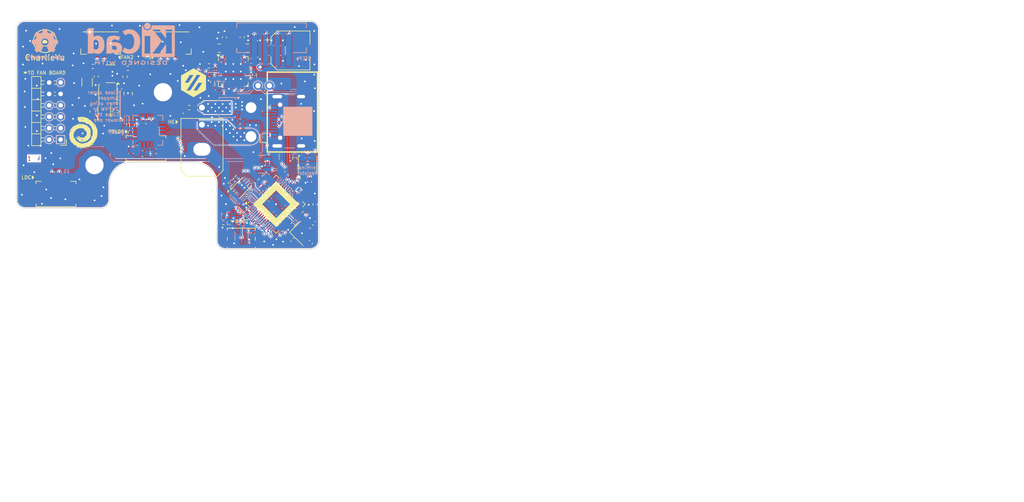
<source format=kicad_pcb>
(kicad_pcb (version 20240108) (generator "pcbnew") (generator_version "8.0")
  (title_block (title "StealthBurner CAN Main") (date "2024-12-12") (rev "B1") (company "Lassi-Cat") (comment 1 "Author: Charlie Yu") (comment 4 "CAN toolhead board for StealthBurner"))
  (layers (0 "F.Cu" mixed) (1 "In1.Cu" power) (2 "In2.Cu" mixed) (31 "B.Cu" mixed) (34 "B.Paste" user) (35 "F.Paste" user) (36 "B.SilkS" user "B.Silkscreen") (37 "F.SilkS" user "F.Silkscreen") (38 "B.Mask" user) (39 "F.Mask" user) (44 "Edge.Cuts" user))
  (net 0 "")
  (net 1 "/XIN")
  (net 2 "GND")
  (net 3 "+1V1")
  (net 4 "+3V3")
  (net 5 "Net-(U4-SW)")
  (net 6 "+24V")
  (net 7 "+5V")
  (net 8 "Net-(D1-A)")
  (net 9 "Net-(D2-A)")
  (net 10 "Net-(U9-VDD)")
  (net 11 "/USB_D+")
  (net 12 "/USB_D-")
  (net 13 "/FAN0_PWM")
  (net 14 "/FAN0_DET")
  (net 15 "Net-(J4-Pin_2)")
  (net 16 "Net-(J4-Pin_3)")
  (net 17 "Net-(J4-Pin_1)")
  (net 18 "/FAN1_PWM")
  (net 19 "/FAN1_DET")
  (net 20 "/FAN2_PWM")
  (net 21 "/FAN2_DET")
  (net 22 "/NEO")
  (net 23 "/LDC_SCL")
  (net 24 "/LDC_SDA")
  (net 25 "/ADC0")
  (net 26 "/ADC1")
  (net 27 "Net-(Q1-G)")
  (net 28 "Net-(U1-RUN)")
  (net 29 "Net-(SW1A-D)")
  (net 30 "/NOR_CS")
  (net 31 "/XOUT")
  (net 32 "Net-(U4-EN)")
  (net 33 "Net-(U4-BOOST)")
  (net 34 "Net-(U3-STB)")
  (net 35 "Net-(U9-BIAS)")
  (net 36 "Net-(U9-ISENSOR)")
  (net 37 "/TMC_EN")
  (net 38 "/HEAT")
  (net 39 "/STATUS")
  (net 40 "/SPI0_CLK")
  (net 41 "/TMC_DIAG")
  (net 42 "/ADXL_INT1")
  (net 43 "/TMC_STEP")
  (net 44 "/ADXL_INT2")
  (net 45 "/NOR_D0")
  (net 46 "/SPI0_CS1")
  (net 47 "/SPI0_MOSI")
  (net 48 "/TEMP_A")
  (net 50 "/NOR_D1")
  (net 51 "/CAN_RX")
  (net 52 "/SPI0_MISO")
  (net 54 "/NOR_D2")
  (net 55 "/ENDSTOP0")
  (net 56 "/CAN_TX")
  (net 57 "/NOR_D3")
  (net 58 "/NOR_CLK")
  (net 59 "/TMC_DIR")
  (net 60 "/TMC_UART")
  (net 61 "/SPI0_CS2")
  (net 62 "/CAN_H")
  (net 63 "/CAN_L")
  (net 66 "Net-(C3-Pad1)")
  (net 67 "Net-(U6-VCP)")
  (net 68 "Net-(U6-CPO)")
  (net 69 "Net-(U6-CPI)")
  (net 70 "Net-(U6-5VOUT)")
  (net 71 "Net-(U6-BRA)")
  (net 72 "Net-(U6-BRB)")
  (net 74 "Net-(J2-CC2)")
  (net 76 "Net-(J2-CC1)")
  (net 77 "Net-(J3-Pin_1)")
  (net 78 "Net-(J3-Pin_4)")
  (net 79 "Net-(J3-Pin_2)")
  (net 80 "Net-(J3-Pin_3)")
  (net 88 "/FS")
  (net 89 "Net-(U4-FB)")
  (net 90 "Net-(J4-Pin_4)")
  (net 91 "Net-(S1-Pin_2)")
  (net 92 "Net-(J5-Pin_2)")
  (net 93 "Net-(D4-K)")
  (net 94 "Net-(U8-SDA)")
  (footprint "Library:Panasonic_EVQPUJ_EVQPUA" (layer "F.Cu") (at 111.78033 105.773664 180)
    (property "Reference" "SW1" (hide yes))
    (property "Value" "BOOT" (hide yes))
  )
  (footprint "Library:Molex_PicoBlade_53261-0471_1x04-1MP_P1.25mm_Horizontal" (layer "F.Cu") (at 79.33633 97.435664)
    (property "Reference" "J7" (hide yes))
    (property "Value" "LDC" (hide yes))
  )
  (footprint "LED_SMD:LED_0402_1005Metric" (layer "F.Cu") (at 102.70133 83.805664)
    (property "Reference" "D4" (hide yes))
    (property "Value" "LED" (hide yes))
  )
  (footprint "Resistor_SMD:R_0402_1005Metric" (layer "F.Cu") (at 106.157722 75.483665)
    (property "Reference" "R14" (hide yes))
    (property "Value" "10K" (hide yes))
  )
  (footprint "Resistor_SMD:R_0402_1005Metric" (layer "F.Cu") (at 109.810205 96.254927 -135)
    (property "Reference" "R2" (hide yes))
    (property "Value" "10K" (hide yes))
  )
  (footprint "Library:Molex_PicoBlade_53261-0471_1x04-1MP_P1.25mm_Horizontal" (layer "F.Cu") (at 95.10533 89.430664)
    (property "Reference" "J4" (hide yes))
    (property "Value" "PT100" (hide yes))
  )
  (footprint "Capacitor_SMD:C_0603_1608Metric" (layer "F.Cu") (at 85.805329 83.503165 90)
    (property "Reference" "C17" (hide yes))
    (property "Value" "1uF" (hide yes))
  )
  (footprint "Resistor_SMD:R_0402_1005Metric" (layer "F.Cu") (at 124.72533 99.763664 -90)
    (property "Reference" "R6" (hide yes))
    (property "Value" "430R" (hide yes))
  )
  (footprint "Library:AMASS_XT30PW-M_1x02_P2.50mm_Horizontal" (layer "F.Cu") (at 118.69533 83.585464 90)
    (property "Reference" "J1" (hide yes))
    (property "Value" "XT30PB_IN" (hide yes))
  )
  (footprint "Capacitor_SMD:C_0402_1005Metric" (layer "F.Cu") (at 114.087722 76.963665 90)
    (property "Reference" "C21" (hide yes))
    (property "Value" "100nF" (hide yes))
  )
  (footprint "Library:USON-8_2.0x3.0mm_P0.5mm" (layer "F.Cu") (at 111.70533 96.893664 45)
    (property "Reference" "U2" (hide yes))
    (property "Value" "W25Q16JVUXIQ" (hide yes))
  )
  (footprint "Capacitor_SMD:C_0402_1005Metric" (layer "F.Cu") (at 112.440954 100.824655 135)
    (property "Reference" "C11" (hide yes))
    (property "Value" "100nF" (hide yes))
  )
  (footprint "Capacitor_SMD:C_0402_1005Metric" (layer "F.Cu") (at 123.95885 106.370478 -135)
    (property "Reference" "C3" (hide yes))
    (property "Value" "15pF" (hide yes))
  )
  (footprint "Capacitor_SMD:C_0402_1005Metric" (layer "F.Cu") (at 120.720768 105.951145 -45)
    (property "Reference" "C2" (hide yes))
    (property "Value" "15pF" (hide yes))
  )
  (footprint "Capacitor_SMD:C_0402_1005Metric" (layer "F.Cu") (at 119.657535 94.286896 45)
    (property "Reference" "C7" (hide yes))
    (property "Value" "100nF" (hide yes))
  )
  (footprint "Package_DFN_QFN:QFN-28-1EP_5x5mm_P0.5mm_EP3.75x3.75mm" (layer "F.Cu") (at 110.387722 76.483665)
    (property "Reference" "U6" (hide yes))
    (property "Value" "TMC2209-LA" (hide yes))
  )
  (footprint "Resistor_SMD:R_0402_1005Metric" (layer "F.Cu") (at 108.64533 102.943664)
    (property "Reference" "R3" (hide yes))
    (property "Value" "1K" (hide yes))
  )
  (footprint "Logos:Progynova" (layer "F.Cu") (at 84.14033 87.205664)
    (property "Reference" "G2" (hide yes))
    (property "Value" "LOGO" (hide yes))
  )
  (footprint "Capacitor_SMD:C_0402_1005Metric" (layer "F.Cu") (at 115.167781 95.033824 135)
    (property "Reference" "C6" (hide yes))
    (property "Value" "1uF" (hide yes))
  )
  (footprint "Library:L_Changjiang_FTC303020D" (layer "F.Cu") (at 88.435328 80.343165 -90)
    (property "Reference" "L1" (hide yes))
    (property "Value" "10uH" (hide yes))
  )
  (footprint "Library:PAD" (layer "F.Cu") (at 110.41473 87.877964)
    (property "Reference" "TP1" (hide yes))
    (property "Value" "PAD" (hide yes))
  )
  (footprint "Crystal:Crystal_SMD_2520-4Pin_2.5x2.0mm" (layer "F.Cu") (at 122.40945 104.821078 -45)
    (property "Reference" "Y1" (hide yes))
    (property "Value" "12MHz" (hide yes))
  )
  (footprint "Capacitor_SMD:C_0805_2012Metric" (layer "F.Cu") (at 91.975328 80.343165 90)
    (property "Reference" "C18" (hide yes))
    (property "Value" "22uF" (hide yes))
  )
  (footprint "Capacitor_SMD:C_0402_1005Metric" (layer "F.Cu") (at 115.89033 92.585664 180)
    (property "Reference" "C34" (hide yes))
    (property "Value" "100nF" (hide yes))
  )
  (footprint "Resistor_SMD:R_0402_1005Metric" (layer "F.Cu") (at 124.076919 103.669798 135)
    (property "Reference" "R5" (hide yes))
    (property "Value" "1K" (hide yes))
  )
  (footprint "Capacitor_SMD:C_0402_1005Metric" (layer "F.Cu") (at 95.10033 85.265664)
    (property "Reference" "C33" (hide yes))
    (property "Value" "10nF" (hide yes))
  )
  (footprint "Capacitor_SMD:C_0402_1005Metric" (layer "F.Cu") (at 106.787722 78.313664 90)
    (property "Reference" "C20" (hide yes))
    (property "Value" "100nF" (hide yes))
  )
  (footprint "Capacitor_SMD:CP_Elec_6.3x7.7" (layer "F.Cu") (at 120.39533 72.793664)
    (property "Reference" "C22" (hide yes))
    (property "Value" "100uF" (hide yes))
  )
  (footprint "Capacitor_SMD:C_0402_1005Metric" (layer "F.Cu") (at 115.874887 94.326718 135)
    (property "Reference" "C13" (hide yes))
    (property "Value" "1uF" (hide yes))
  )
  (footprint "Capacitor_SMD:C_1206_3216Metric" (layer "F.Cu") (at 84.79033 78.350664 -90)
    (property "Reference" "C16" (hide yes))
    (property "Value" "2.2uF" (hide yes))
  )
  (footprint "Resistor_SMD:R_0402_1005Metric" (layer "F.Cu") (at 102.67633 82.797964 180)
    (property "Reference" "R18" (hide yes))
    (property "Value" "2.2K" (hide yes))
  )
  (footprint "Package_DFN_QFN:QFN-56-1EP_7x7mm_P0.4mm_EP3.2x3.2mm" (layer "F.Cu") (at 117.887722 99.733664 45)
    (property "Reference" "U1" (hide yes))
    (property "Value" "RP2040" (hide yes))
  )
  (footprint "Resistor_SMD:R_0402_1005Metric" (layer "F.Cu") (at 91.935327 75.925665)
    (property "Reference" "R12" (hide yes))
    (property "Value" "88.7K" (hide yes))
  )
  (footprint "Library:Molex_Micro-Fit_3.0_43045-0200_2x01_P3.00mm_Horizontal" (layer "F.Cu") (at 104.90533 85.797964 180)
    (property "Reference" "J5" (hide yes))
    (property "Value" "Hotend" (hide yes))
  )
  (footprint "Package_SON:WSON-6-1EP_2x2mm_P0.65mm_EP1x1.6mm" (layer "F.Cu") (at 87.816908 83.503164 90)
    (property "Reference" "U5" (hide yes))
    (property "Value" "LP5912-3.3DRV" (hide yes))
  )
  (footprint "Capacitor_SMD:C_0402_1005Metric" (layer "F.Cu") (at 86.40033 77.355664 -90)
    (property "Reference" "C35" (hide yes))
    (property "Value" "100nF" (hide yes))
  )
  (footprint "Library:Molex_PicoBlade_53398-0471_1x04-1MP_P1.25mm_Vertical" (layer "F.Cu") (at 99.54433 72.239664 180)
    (property "Reference" "J8" (hide yes))
    (property "Value" "FS" (hide yes))
  )
  (footprint "Capacitor_SMD:C_0402_1005Metric" (layer "F.Cu") (at 114.460675 95.74093 135)
    (property "Reference" "C12" (hide yes))
    (property "Value" "100nF" (hide yes))
  )
  (footprint "Resistor_SMD:R_0805_2012Metric" (layer "F.Cu") (at 107.925222 72.383664 180)
    (property "Reference" "R16" (hide yes))
    (property "Value" "220mR" (hide yes))
  )
  (footprint "MountingHole:MountingHole_3.2mm_M3_ISO14580_Pad" (layer "F.Cu") (at 86.08633 92.876664)
    (property "Reference" "H2" (hide yes))
    (property "Value" "M3" (hide yes))
  )
  (footprint "Logos:Voron_Logo_Hex" (layer "F.Cu") (at 103.42033 78.445664)
    (property "Reference" "G3" (hide yes))
    (property "Value" "Voron Hex" (hide yes))
  )
  (footprint "Logos:charlieyu" (layer "F.Cu") (at 77.42033 71.155664)
    (property "Reference" "G1" (hide yes))
    (property "Value" "CharlieYu" (hide yes))
  )
  (footprint "Library:PAD" (layer "F.Cu") (at 107.87033 82.797964)
    (property "Reference" "TP2" (hide yes))
    (property "Value" "PAD" (hide yes))
  )
  (footprint "Capacitor_SMD:C_0402_1005Metric" (layer "F.Cu") (at 111.937722 70.483664 90)
    (property "Reference" "C27" (hide yes))
    (property "Value" "100nF" (hide yes))
  )
  (footprint "Resistor_SMD:R_0805_2012Metric" (layer "F.Cu") (at 112.850222 72.383664)
    (property "Reference" "R15" (hide yes))
    (property "Value" "200mR" (hide yes))
  )
  (footprint "Capacitor_SMD:C_0402_1005Metric" (layer "F.Cu") (at 123.746922 95.825664 -90)
    (property "Reference" "C14" (hide yes))
    (property "Value" "100nF" (hide yes))
  )
  (footprint "Capacitor_SMD:C_0402_1005Metric" (layer "F.Cu") (at 108.837722 70.483664 90)
    (property "Reference" "C28" (hide yes))
    (property "Value" "100nF" (hide yes))
  )
  (footprint "LED_SMD:LED_0402_1005Metric" (layer "F.Cu") (at 124.72533 101.694064 90)
    (property "Reference" "D1" (hide yes))
    (property "Value" "LED" (hide yes))
  )
  (footprint "Resistor_SMD:R_0402_1005Metric" (layer "F.Cu") (at 91.425328 77.393166 -90)
    (property "Reference" "R13" (hide yes))
    (property "Value" "22.1K" (hide yes))
  )
  (footprint "Package_TO_SOT_SMD:SOT-23-6" (layer "F.Cu") (at 88.905328 76.875664 180)
    (property "Reference" "U4" (hide yes))
    (property "Value" "TPS560430YF" (hide yes))
  )
  (footprint "Diode_SMD:D_SOD-882D" (layer "F.Cu") (at 115.687722 87.993664 90)
    (property "Reference" "D2" (hide yes))
    (property "Value" "Schottky" (hide yes))
  )
  (footprint "Capacitor_SMD:C_0603_1608Metric" (layer "F.Cu") (at 89.828484 83.503164 -90)
    (property "Reference" "C19" (hide yes))
    (property "Value" "2.2uF" (hide yes))
  )
  (footprint "MountingHole:MountingHole_3.2mm_M3_ISO14580_Pad" (layer "F.Cu") (at 98.07033 80.105664)
    (property "Reference" "H1" (hide yes))
    (property "Value" "M3" (hide yes))
  )
  (footprint "Resistor_SMD:R_0402_1005Metric" (layer "F.Cu") (at 120.86005 103.271678 45)
    (property "Reference" "R4" (hide yes))
    (property "Value" "NC" (hide yes))
  )
  (footprint "Library:PinHeader_2x06_P2.00mm_Horizontal" (layer "F.Cu") (at 80.156472 88.406664 180)
    (property "Reference" "J9" (hide yes))
    (property "Value" "FAN" (hide yes))
  )
  (footprint "Capacitor_SMD:C_0402_1005Metric" (layer "F.Cu") (at 111.11222 94.952912 45)
    (property "Reference" "C1" (hide yes))
    (property "Value" "100nF" (hide yes))
  )
  (footprint "Capacitor_SMD:C_0402_1005Metric" (layer "F.Cu") (at 90.495327 79.523165 -90)
    (property "Reference" "C15" (hide yes))
    (property "Value" "100nF" (hide yes))
  )
  (footprint "Resistor_SMD:R_0402_1005Metric" (layer "F.Cu") (at 121.164314 91.733663 -90)
    (property "Reference" "R10" (hide yes))
    (property "Value" "10K" (hide yes))
  )
  (footprint "Resistor_SMD:R_0402_1005Metric" (layer "F.Cu") (at 85.805329 75.585664)
    (property "Reference" "R11" (hide yes))
    (property "Value" "10K" (hide yes))
  )
  (footprint "Resistor_SMD:R_0402_1005Metric" (layer "F.Cu") (at 122.790018 101.369127 -135)
    (property "Reference" "R1" (hide yes))
    (property "Value" "1K" (hide yes))
  )
  (footprint "Package_DFN_QFN:DFN-8-1EP_3x3mm_P0.65mm_EP1.55x2.4mm" (layer "F.Cu") (at 123.421922 92.773664 90)
    (property "Reference" "U3" (hide yes))
    (property "Value" "TJA1042TK-3" (hide yes))
  )
  (footprint "Library:Molex_PicoBlade_53398-0471_1x04-1MP_P1.25mm_Vertical" (layer "F.Cu") (at 87.17033 72.239664 180)
    (property "Reference" "J6" (hide yes))
    (property "Value" "FAN2" (hide yes))
  )
  (footprint "Capacitor_SMD:C_0402_1005Metric" (layer "B.Cu") (at 116.798032 98.926817 -45)
    (property "Reference" "C5" (hide yes))
    (property "Value" "100nF" (hide yes))
  )
  (footprint "Package_DFN_QFN:TQFN-20-1EP_5x5mm_P0.65mm_EP3.25x3.25mm" (layer "B.Cu") (at 95.43033 86.795664)
    (property "Reference" "U9" (hide yes))
    (property "Value" "MAX31865xTP" (hide yes))
  )
  (footprint "Resistor_SMD:R_0603_1608Metric" (layer "B.Cu") (at 91.46633 87.120664 -90)
    (property "Reference" "R17" (hide yes))
    (property "Value" "430R" (hide yes))
  )
  (footprint "Capacitor_SMD:C_0402_1005Metric" (layer "B.Cu") (at 108.712829 102.195664 -90)
    (property "Reference" "C30" (hide yes))
    (property "Value" "100nF" (hide yes))
  )
  (footprint "Capacitor_SMD:C_0402_1005Metric" (layer "B.Cu") (at 96.862832 90.405665)
    (property "Reference" "C31" (hide yes))
    (property "Value" "1uF" (hide yes))
  )
  (footprint "Capacitor_SMD:C_0402_1005Metric" (layer "B.Cu") (at 109.016122 74.505664)
    (property "Reference" "C23" (hide yes))
    (property "Value" "100nF" (hide yes))
  )
  (footprint "Resistor_SMD:R_0402_1005Metric" (layer "B.Cu") (at 115.866722 83.433665 -90)
    (property "Reference" "R9" (hide yes))
    (property "Value" "5.1K" (hide yes))
  )
  (footprint "Resistor_SMD:R_0805_2012Metric" (layer "B.Cu") (at 123.421922 91.485664)
    (property "Reference" "R7" (hide yes))
    (property "Value" "120R/TBD" (hide yes))
  )
  (footprint "Capacitor_SMD:C_0402_1005Metric" (layer "B.Cu") (at 117.64656 101.389039 45)
    (property "Reference" "C9" (hide yes))
    (property "Value" "100nF" (hide yes))
  )
  (footprint "Capacitor_SMD:C_0402_1005Metric" (layer "B.Cu") (at 122.208919 97.505502 -45)
    (property "Reference" "C10" (hide yes))
    (property "Value" "100nF" (hide yes))
  )
  (footprint "Capacitor_SMD:C_0402_1005Metric" (layer "B.Cu") (at 119.260255 100.257668 135)
    (property "Reference" "C4" (hide yes))
    (property "Value" "100nF" (hide yes))
  )
  (footprint "Capacitor_SMD:C_0402_1005Metric" (layer "B.Cu") (at 96.862832 91.325664)
    (property "Reference" "C32" (hide yes))
    (property "Value" "100nF" (hide yes))
  )
  (footprint "Inductor_SMD:L_0603_1608Metric" (layer "B.Cu") (at 94.45533 90.865664 180)
    (property "Reference" "FB1" (hide yes))
    (property "Value" "120R@100MHz" (hide yes))
  )
  (footprint "Library:JST_PH_B4B-PH-SM4-TB_1x04-1MP_P2.00mm_Vertical" (layer "B.Cu") (at 117.07633 72.305664 180)
    (property "Reference" "J3" (hide yes))
    (property "Value" "Excluder" (hide yes))
  )
  (footprint "Capacitor_SMD:C_0805_2012Metric" (layer "B.Cu") (at 108.687723 78.946165)
    (property "Reference" "C26" (hide yes))
    (property "Value" "4.7uF" (hide yes))
  )
  (footprint "Package_TO_SOT_SMD:SOT-23" (layer "B.Cu") (at 115.40283 92.715664 180)
    (property "Reference" "U10" (hide yes))
    (property "Value" "LM50" (hide yes))
  )
  (footprint "Capacitor_SMD:C_0402_1005Metric" (layer "B.Cu") (at 113.72033 104.885664 -90)
    (property "Reference" "C29" (hide yes))
    (property "Value" "100nF" (hide yes))
  )
  (footprint "Capacitor_SMD:C_0402_1005Metric" (layer "B.Cu") (at 111.759322 74.505664 180)
    (property "Reference" "C24" (hide yes))
    (property "Value" "100nF" (hide yes))
  )
  (footprint "Capacitor_SMD:C_0402_1005Metric" (layer "B.Cu") (at 121.637434 103.200533 -45)
    (property "Reference" "C8" (hide yes))
    (property "Value" "100nF" (hide yes))
  )
  (footprint "Symbol:OSHW-Logo2_7.3x6mm_SilkScreen" (layer "B.Cu") (at 77.42033 71.774464 180)
    (property "Reference" "G5" (hide yes))
    (property "Value" "OSHW-Logo2_7.3x6mm_SilkScreen" (hide yes))
  )
  (footprint "Connector_USB:USB_C_Receptacle_GCT_USB4105-xx-A_16P_TopMnt_Horizontal" (layer "B.Cu") (at 121.187722 85.193664 -90)
    (property "Reference" "J2" (hide yes))
    (property "Value" "Download" (hide yes))
  )
  (footprint "Resistor_SMD:R_0402_1005Metric" (layer "B.Cu") (at 111.59533 85.185664 180)
    (property "Reference" "R19" (hide yes))
    (property "Value" "1K" (hide yes))
  )
  (footprint "Package_TO_SOT_SMD:SOT-353_SC-70-5" (layer "B.Cu") (at 111.84283 105.355664 90)
    (property "Reference" "U7" (hide yes))
    (property "Value" "OR" (hide yes))
  )
  (footprint "Capacitor_SMD:C_0402_1005Metric" (layer "B.Cu") (at 106.157722 76.983665 180)
    (property "Reference" "C25" (hide yes))
    (property "Value" "22nF" (hide yes))
  )
  (footprint "Library:Select" (layer "B.Cu") (at 91.70633 84.616464 -90)
    (property "Reference" "S1" (hide yes))
    (property "Value" "Select" (hide yes))
  )
  (footprint "Package_TO_SOT_SMD:LFPAK33" (layer "B.Cu") (at 109.55033 82.797964 180)
    (property "Reference" "Q1" (hide yes))
    (property "Value" "BUK9M4R3-40H" (hide yes))
  )
  (footprint "Resistor_SMD:R_0402_1005Metric" (layer "B.Cu") (at 111.59533 86.155664 180)
    (property "Reference" "R20" (hide yes))
    (property "Value" "10K" (hide yes))
  )
  (footprint "Symbol:KiCad-Logo2_6mm_SilkScreen" (layer "B.Cu") (at 92.489817 70.926912 180)
    (property "Reference" "G4" (hide yes))
    (property "Value" "KiCad-Logo2_6mm_SilkScreen" (hide yes))
  )
  (footprint "Capacitor_SMD:C_0402_1005Metric" (layer "B.Cu") (at 92.492832 90.845664 -90)
    (property "Reference" "C36" (hide yes))
    (property "Value" "100nF" (hide yes))
  )
  (footprint "Resistor_SMD:R_0402_1005Metric" (layer "B.Cu") (at 115.866722 87.453663 90)
    (property "Reference" "R8" (hide yes))
    (property "Value" "5.1K" (hide yes))
  )
  (footprint "Package_LGA:LGA-12_2x2mm_P0.5mm" (layer "B.Cu") (at 110.43033 102.195664 180)
    (property "Reference" "U8" (hide yes))
    (property "Value" "LIS2DW12" (hide yes))
  )
  (footprint "Library:SLP1610P4" (layer "B.Cu") (at 119.34052 91.443164 90)
    (property "Reference" "D3" (hide yes))
    (property "Value" "RCLAMP0522P" (hide yes))
  )
  (gr_rect (start 119.18033 82.693664) (end 124.18033 87.693664) (stroke (width 0.1)) (fill solid) (layer "B.SilkS"))
  (gr_poly (pts (xy 123.649332 92.838664) (xy 123.395331 92.584664) (xy 123.14133 92.838664)) (stroke (width 0.15)) (fill solid) (layer "B.SilkS"))
  (gr_poly (pts (xy 92.09033 85.645165) (xy 91.328328 85.645166) (xy 91.328329 84.273564) (xy 92.09033 84.273566)) (stroke (width 0.0762)) (fill none) (layer "B.SilkS"))
  (gr_poly (pts (xy 90.881728 85.209665) (xy 91.135729 84.955664) (xy 90.88173 84.701662)) (stroke (width 0.15)) (fill solid) (layer "B.SilkS"))
  (gr_line (start 90.57033 85.205664) (end 90.57033 79.855664) (stroke (width 0.2)) (layer "B.SilkS"))
  (gr_poly (pts (xy 121.71893 73.984264) (xy 121.46493 74.238264) (xy 121.71893 74.492264)) (stroke (width 0.15)) (fill solid) (layer "B.SilkS"))
  (gr_poly (pts (xy 90.170532 87.374666) (xy 90.424532 87.120664) (xy 90.170532 86.866664)) (stroke (width 0.15)) (fill solid) (layer "B.SilkS"))
  (gr_poly (pts (xy 110.53433 102.625664) (xy 110.28033 102.879664) (xy 110.02633 102.625664)) (stroke (width 0.15)) (fill solid) (layer "F.SilkS"))
  (gr_poly (pts (xy 91.50733 86.776664) (xy 91.76133 87.030664) (xy 91.50733 87.284664)) (stroke (width 0.15)) (fill solid) (layer "F.SilkS"))
  (gr_poly (pts (xy 96.14533 73.731664) (xy 96.39933 73.985664) (xy 96.14533 74.239664)) (stroke (width 0.15)) (fill solid) (layer "F.SilkS"))
  (gr_poly (pts (xy 75.19733 94.781664) (xy 75.45133 95.035664) (xy 75.19733 95.289664)) (stroke (width 0.15)) (fill solid) (layer "F.SilkS"))
  (gr_poly (pts (xy 90.56933 74.239664) (xy 90.31533 73.985664) (xy 90.56933 73.731664)) (stroke (width 0.15)) (fill solid) (layer "F.SilkS"))
  (gr_poly (pts (xy 100.35633 85.058664) (xy 100.61033 85.312664) (xy 100.35633 85.566664)) (stroke (width 0.15)) (fill solid) (layer "F.SilkS"))
  (gr_poly (pts (xy 74.24333 76.578664) (xy 73.98933 76.832664) (xy 73.73533 76.578664)) (stroke (width 0.15)) (fill solid) (layer "F.SilkS"))
  (gr_line (start 88.704295 96.245674) (end 88.704295 98.951483) (stroke (width 0.1)) (layer "Edge.Cuts"))
  (gr_line (start 123.933062 107.598664) (end 108.931062 107.598664) (stroke (width 0.1)) (layer "Edge.Cuts"))
  (gr_line (start 72.406928 69.07253) (end 72.406928 98.951483) (stroke (width 0.1)) (layer "Edge.Cuts"))
  (gr_arc (start 108.931062 107.598664) (mid 107.888861 107.16699) (end 107.457196 106.124798) (stroke (width 0.1)) (layer "Edge.Cuts"))
  (gr_line (start 73.880794 67.598664) (end 123.933054 67.598664) (stroke (width 0.1)) (layer "Edge.Cuts"))
  (gr_line (start 92.569305 92.380664) (end 103.592186 92.380664) (stroke (width 0.1)) (layer "Edge.Cuts"))
  (gr_line (start 125.406928 106.124798) (end 125.406928 69.07253) (stroke (width 0.1)) (layer "Edge.Cuts"))
  (gr_arc (start 125.406928 106.124798) (mid 124.975274 107.16702) (end 123.933062 107.598664) (stroke (width 0.1)) (layer "Edge.Cuts"))
  (gr_arc (start 88.704295 96.245674) (mid 89.836308 93.512677) (end 92.569305 92.380664) (stroke (width 0.1)) (layer "Edge.Cuts"))
  (gr_arc (start 73.880794 100.425349) (mid 72.838607 99.993656) (end 72.406928 98.951483) (stroke (width 0.1)) (layer "Edge.Cuts"))
  (gr_arc (start 123.933054 67.598664) (mid 124.975208 68.03036) (end 125.40692 69.07253) (stroke (width 0.1)) (layer "Edge.Cuts"))
  (gr_arc (start 88.704295 98.951483) (mid 88.272615 99.993674) (end 87.230429 100.425349) (stroke (width 0.1)) (layer "Edge.Cuts"))
  (gr_line (start 73.880794 100.425349) (end 87.230429 100.425349) (stroke (width 0.1)) (layer "Edge.Cuts"))
  (gr_arc (start 72.406928 69.07253) (mid 72.838636 68.030381) (end 73.880794 67.598664) (stroke (width 0.1)) (layer "Edge.Cuts"))
  (gr_arc (start 103.592186 92.380664) (mid 106.325198 93.512682) (end 107.457196 96.245674) (stroke (width 0.1)) (layer "Edge.Cuts"))
  (gr_line (start 107.457196 106.124798) (end 107.457196 96.245674) (stroke (width 0.1)) (layer "Edge.Cuts"))
  (gr_text "1" (at 74.37033 92.205664 0) (layer "F.Cu") (effects (font (size 0.8 0.5) (thickness 0.1016) (bold yes)) (justify left bottom)))
  (gr_text "4" (at 76.67033 92.205664 0) (layer "B.Cu") (effects (font (size 0.8 0.5) (thickness 0.1016) (bold yes)) (justify left bottom mirror)))
  (gr_text "Terminal\nResistor" (at 123.395331 92.965664 0) (layer "B.SilkS") (effects (font (size 0.6 0.6) (thickness 0.1) (bold yes)) (justify top mirror)))
  (gr_text "STEP" (at 121.79393 74.238264 0) (layer "B.SilkS") (effects (font (size 0.6 0.6) (thickness 0.1) (bold yes)) (justify right mirror)))
  (gr_text "Close upper \njumpper\nwhen using\n2W/4W or \nClose the\nlower one" (at 90.43033 82.555664 0) (layer "B.SilkS") (effects (font (size 0.6 0.6) (thickness 0.1) (bold yes)) (justify left mirror)))
  (gr_text "REF" (at 90.04353 87.120664 0) (layer "B.SilkS") (effects (font (size 0.6 0.6) (thickness 0.1) (bold yes)) (justify left mirror)))
  (gr_text "HE" (at 100.22933 85.312664 0) (layer "F.SilkS") (effects (font (size 0.6 0.6) (thickness 0.1) (bold yes)) (justify right)))
  (gr_text "FAN2" (at 90.62033 73.985664 0) (layer "F.SilkS") (effects (font (size 0.6 0.6) (thickness 0.1) (bold yes)) (justify left)))
  (gr_text "TO FAN BOARD" (at 74.37033 76.705664 0) (layer "F.SilkS") (effects (font (size 0.6 0.6) (thickness 0.1) (bold yes)) (justify left)))
  (gr_text "FS" (at 96.07033 73.985664 0) (layer "F.SilkS") (effects (font (size 0.6 0.6) (thickness 0.1) (bold yes)) (justify right)))
  (gr_text "PT100" (at 91.38033 87.030664 0) (layer "F.SilkS") (effects (font (size 0.6 0.6) (thickness 0.1) (bold yes)) (justify right)))
  (gr_text "BOOT" (at 110.66133 102.752664 0) (layer "F.SilkS") (effects (font (size 0.6 0.6) (thickness 0.1) (bold yes)) (justify left)))
  (gr_text "LDC" (at 75.07033 95.035664 0) (layer "F.SilkS") (effects (font (size 0.6 0.6) (thickness 0.1) (bold yes)) (justify right)))
  (segment (start 120.381357 105.611734) (end 121.295757 104.697334) (width 0.127) (layer "F.Cu") (net 1))
  (segment (start 120.499426 103.193897) (end 120.499426 103.632303) (width 0.127) (layer "F.Cu") (net 1))
  (segment (start 120.499426 103.632302) (end 121.295757 104.428633) (width 0.127) (layer "F.Cu") (net 1))
  (segment (start 120.499426 103.193897) (end 119.894137 102.588608) (width 0.127) (layer "F.Cu") (net 1))
  (segment (start 111.708522 77.804465) (end 111.387722 78.125265) (width 0.254) (layer "F.Cu") (net 2))
  (segment (start 113.388331 76.483665) (end 110.387722 76.483665) (width 0.254) (layer "F.Cu") (net 2))
  (segment (start 109.887722 75.983665) (end 107.925222 75.983665) (width 0.254) (layer "F.Cu") (net 2))
  (segment (start 111.387722 78.125265) (end 111.387722 78.946165) (width 0.254) (layer "F.Cu") (net 2))
  (segment (start 113.51033 76.605664) (end 113.632329 76.483665) (width 0.254) (layer "F.Cu") (net 2))
  (segment (start 113.632329 76.483665) (end 114.087722 76.483665) (width 0.254) (layer "F.Cu") (net 2))
  (segment (start 110.387722 76.483665) (end 109.887722 75.983665) (width 0.254) (layer "F.Cu") (net 2))
  (segment (start 109.387722 77.483665) (end 109.387722 78.946165) (width 0.254) (layer "F.Cu") (net 2))
  (segment (start 113.51033 76.605664) (end 113.388331 76.483665) (width 0.254) (layer "F.Cu") (net 2))
  (segment (start 109.887722 76.983665) (end 109.887722 78.946165) (width 0.254) (layer "F.Cu") (net 2))
  (via (at 75.99033 86.925664) (size 0.5) (drill 0.3) (layers "F.Cu" "B.Cu") (net 2))
  (via (at 87.80033 85.965664) (size 0.5) (drill 0.3) (layers "F.Cu" "B.Cu") (net 2))
  (via (at 82.53033 78.505664) (size 0.5) (drill 0.3) (layers "F.Cu" "B.Cu") (net 2))
  (via (at 109.066922 77.804465) (size 0.5) (drill 0.3) (layers "F.Cu" "B.Cu") (net 2))
  (via (at 87.33033 98.285664) (size 0.5) (drill 0.3) (layers "F.Cu" "B.Cu") (net 2))
  (via (at 110.54033 106.585664) (size 0.5) (drill 0.3) (layers "F.Cu" "B.Cu") (net 2))
  (via (at 94.02033 68.455664) (size 0.5) (drill 0.3) (layers "F.Cu" "B.Cu") (net 2))
  (via (at 120.54033 100.535664) (size 0.5) (drill 0.3) (layers "F.Cu" "B.Cu") (net 2))
  (via (at 79.98033 69.045664) (size 0.5) (drill 0.3) (layers "F.Cu" "B.Cu") (net 2))
  (via (at 112.14033 99.765664) (size 0.5) (drill 0.3) (layers "F.Cu" "B.Cu") (net 2))
  (via (at 84.01033 87.315664) (size 0.5) (drill 0.3) (layers "F.Cu" "B.Cu") (net 2))
  (via (at 119.09033 106.275664) (size 0.5) (drill 0.3) (layers "F.Cu" "B.Cu") (net 2))
  (via (at 101.62033 75.465664) (size 0.5) (drill 0.3) (layers "F.Cu" "B.Cu") (net 2))
  (via (at 115.48033 98.665664) (size 0.5) (drill 0.3) (layers "F.Cu" "B.Cu") (net 2))
  (via (at 82.34033 84.755664) (size 0.5) (drill 0.3) (layers "F.Cu" "B.Cu") (net 2))
  (via (at 113.91033 90.595664) (size 0.5) (drill 0.3) (layers "F.Cu" "B.Cu") (net 2))
  (via (at 110.82433 82.147964) (size 0.5) (drill 0.3) (layers "F.Cu" "B.Cu") (net 2))
  (via (at 93.91033 78.955664) (size 0.5) (drill 0.3) (layers "F.Cu" "B.Cu") (net 2))
  (via (at 86.29033 78.855664) (size 0.5) (drill 0.3) (layers "F.Cu" "B.Cu") (net 2))
  (via (at 107.78033 69.645664) (size 0.5) (drill 0.3) (layers "F.Cu" "B.Cu") (net 2))
  (via (at 110.387722 76.483665) (size 0.5) (drill 0.3) (layers "F.Cu" "B.Cu") (net 2))
  (via (at 89.23033 76.530664) (size 0.5) (drill 0.3) (layers "F.Cu" "B.Cu") (net 2))
  (via (at 100.66033 78.125664) (size 0.5) (drill 0.3) (layers "F.Cu" "B.Cu") (net 2))
  (via (at 80.11033 91.695664) (size 0.5) (drill 0.3) (layers "F.Cu" "B.Cu") (net 2))
  (via (at 107.92033 93.195664) (size 0.5) (drill 0.3) (layers "F.Cu" "B.Cu") (net 2))
  (via (at 73.88033 82.685664) (size 0.5) (drill 0.3) (layers "F.Cu" "B.Cu") (net 2))
  (via (at 110.21033 84.935664) (size 0.5) (drill 0.3) (layers "F.Cu" "B.Cu") (net 2))
  (via (at 123.036922 95.965664) (size 0.5) (drill 0.3) (layers "F.Cu" "B.Cu") (net 2))
  (via (at 74.82033 71.135664) (size 0.5) (drill 0.3) (layers "F.Cu" "B.Cu") (net 2))
  (via (at 117.94033 105.865664) (size 0.5) (drill 0.3) (layers "F.Cu" "B.Cu") (net 2))
  (via (at 124.58033 75.245664) (size 0.5) (drill 0.3) (layers "F.Cu" "B.Cu") (net 2))
  (via (at 117.887722 99.733664) (size 0.5) (drill 0.3) (layers "F.Cu" "B.Cu") (net 2))
  (via (at 110.82433 82.797964) (size 0.5) (drill 0.3) (layers "F.Cu" "B.Cu") (net 2))
  (via (at 101.19033 71.345664) (size 0.5) (drill 0.3) (layers "F.Cu" "B.Cu") (net 2))
  (via (at 111.92353 82.472964) (size 0.5) (drill 0.3) (layers "F.Cu" "B.Cu") (net 2))
  (via (at 121.88033 75.525664) (size 0.5) (drill 0.3) (layers "F.Cu" "B.Cu") (net 2))
  (via (at 95.84033 76.975664) (size 0.5) (drill 0.3) (layers "F.Cu" "B.Cu") (net 2))
  (via (at 88.90033 71.555664) (size 0.5) (drill 0.3) (layers "F.Cu" "B.Cu") (net 2))
  (via (at 110.26033 103.925664) (size 0.5) (drill 0.3) (layers "F.Cu" "B.Cu") (net 2))
  (via (at 74.12033 69.325664) (size 0.5) (drill 0.3) (layers "F.Cu" "B.Cu") (net 2))
  (via (at 77.00033 75.075664) (size 0.5) (drill 0.3) (layers "F.Cu" "B.Cu") (net 2))
  (via (at 112.33033 96.835664) (size 0.5) (drill 0.3) (layers "F.Cu" "B.Cu") (net 2))
  (via (at 124.65033 97.855664) (size 0.5) (drill 0.3) (layers "F.Cu" "B.Cu") (net 2))
  (via (at 86.10033 99.065664) (size 0.5) (drill 0.3) (layers "F.Cu" "B.Cu") (net 2))
  (via (at 112.97633 70.255664) (size 0.5) (drill 0.3) (layers "F.Cu" "B.Cu") (net 2))
  (via (at 82.27033 75.415664) (size 0.5) (drill 0.3) (layers "F.Cu" "B.Cu") (net 2))
  (via (at 73.39033 98.065664) (size 0.5) (drill 0.3) (layers "F.Cu" "B.Cu") (net 2))
  (via (at 76.65033 89.495664) (size 0.5) (drill 0.3) (layers "F.Cu" "B.Cu") (net 2))
  (via (at 73.57033 75.255664) (size 0.5) (drill 0.3) (layers "F.Cu" "B.Cu") (net 2))
  (via (at 89.15033 68.425664) (size 0.5) (drill 0.3) (layers "F.Cu" "B.Cu") (net 2))
  (via (at 124.55033 69.365664) (size 0.5) (drill 0.3) (layers "F.Cu" "B.Cu") (net 2))
  (via (at 106.68033 84.485664) (size 0.5) (drill 0.3) (layers "F.Cu" "B.Cu") (net 2))
  (via (at 112.98013 71.012464) (size 0.5) (drill 0.3) (layers "F.Cu" "B.Cu") (net 2))
  (via (at 108.49033 103.825664) (size 0.5) (drill 0.3) (layers "F.Cu" "B.Cu") (net 2))
  (via (at 108.837722 69.405664) (size 0.5) (drill 0.3) (layers "F.Cu" "B.Cu") (net 2))
  (via (at 109.61033 79.505664) (size 0.5) (drill 0.3) (layers "F.Cu" "B.Cu") (net 2))
  (via (at 73.58033 72.105664) (size 0.5) (drill 0.3) (layers "F.Cu" "B.Cu") (net 2))
  (via (at 89.23033 77.220664) (size 0.5) (drill 0.3) (layers "F.Cu" "B.Cu") (net 2))
  (via (at 112.67033 100.305664) (size 0.5) (drill 0.3) (layers "F.Cu" "B.Cu") (net 2))
  (via (at 73.86033 79.965664) (size 0.5) (drill 0.3) (layers "F.Cu" "B.Cu") (net 2))
  (via (at 93.77033 73.825664) (size 0.5) (drill 0.3) (layers "F.Cu" "B.Cu") (net 2))
  (via (at 108.72033 96.145664) (size 0.5) (drill 0.3) (layers "F.Cu" "B.Cu") (net 2))
  (via (at 86.30033 80.555664) (size 0.5) (drill 0.3) (layers "F.Cu" "B.Cu") (net 2))
  (via (at 75.55033 94.105664) (size 0.5) (drill 0.3) (layers "F.Cu" "B.Cu") (net 2))
  (via (at 115.40033 104.305664) (size 0.5) (drill 0.3) (layers "F.Cu" "B.Cu") (net 2))
  (via (at 112.78033 103.015664) (size 0.5) (drill 0.3) (layers "F.Cu" "B.Cu") (net 2))
  (via (at 106.06033 78.055664) (size 0.5) (drill 0.3) (layers "F.Cu" "B.Cu") (net 2))
  (via (at 87.61033 87.345664) (size 0.5) (drill 0.3) (layers "F.Cu" "B.Cu") (net 2))
  (via (at 111.708522 77.804465) (size 0.5) (drill 0.3) (layers "F.Cu" "B.Cu") (net 2))
  (via (at 110.387722 75.162865) (size 0.5) (drill 0.3) (layers "F.Cu" "B.Cu") (net 2))
  (via (at 90.042828 76.875664) (size 0.5) (drill 0.3) (layers "F.Cu" "B.Cu") (net 2))
  (via (at 83.35033 81.105664) (size 0.5) (drill 0.3) (layers "F.Cu" "B.Cu") (net 2))
  (via (at 122.27033 82.135664) (size 0.5) (drill 0.3) (layers "F.Cu" "B.Cu") (net 2))
  (via (at 123.10033 74.425664) (size 0.5) (drill 0.3) (layers "F.Cu" "B.Cu") (net 2))
  (via (at 110.387722 77.804465) (size 0.5) (drill 0.3) (layers "F.Cu" "B.Cu") (net 2))
  (via (at 84.17033 75.045664) (size 0.5) (drill 0.3) (layers "F.Cu" "B.Cu") (net 2))
  (via (at 124.57033 77.025664) (size 0.5) (drill 0.3) (layers "F.Cu" "B.Cu") (net 2))
  (via (at 77.52033 91.655664) (size 0.5) (drill 0.3) (layers "F.Cu" "B.Cu") (net 2))
  (via (at 91.95033 80.275664) (size 0.5) (drill 0.3) (layers "F.Cu" "B.Cu") (net 2))
  (via (at 111.90033 96.385664) (size 0.5) (drill 0.3) (layers "F.Cu" "B.Cu") (net 2))
  (via (at 119.05033 101.945664) (size 0.5) (drill 0.3) (layers "F.Cu" "B.Cu") (net 2))
  (via (at 114.37033 85.905664) (size 0.5) (drill 0.3) (layers "F.Cu" "B.Cu") (net 2))
  (via (at 77.64033 97.145664) (size 0.5) (drill 0.3) (layers "F.Cu" "B.Cu") (net 2))
  (via (at 92.06033 89.605664) (size 0.5) (drill 0.3) (layers "F.Cu" "B.Cu") (net 2))
  (via (at 109.066922 76.483665) (size 0.5) (drill 0.3) (layers "F.Cu" "B.Cu") (net 2))
  (via (at 124.52033 83.405664) (size 0.5) (drill 0.3) (layers "F.Cu" "B.Cu") (net 2))
  (via (at 82.22033 82.355664) (size 0.5) (drill 0.3) (layers "F.Cu" "B.Cu") (net 2))
  (via (at 83.46033 95.385664) (size 0.5) (drill 0.3) (layers "F.Cu" "B.Cu") (net 2))
  (via (at 78.49033 98.635664) (size 0.5) (drill 0.3) (layers "F.Cu" "B.Cu") (net 2))
  (via (at 86.37033 71.605664) (size 0.5) (drill 0.3) (layers "F.Cu" "B.Cu") (net 2))
  (via (at 104.62033 81.085664) (size 0.5) (drill 0.3) (layers "F.Cu" "B.Cu") (net 2))
  (via (at 105.14033 73.025664) (size 0.5) (drill 0.3) (layers "F.Cu" "B.Cu") (net 2))
  (via (at 76.89033 99.645664) (size 0.5) (drill 0.3) (layers "F.Cu" "B.Cu") (net 2))
  (via (at 84.41033 82.515664) (size 0.5) (drill 0.3) (layers "F.Cu" "B.Cu") (net 2))
  (via (at 117.07633 71.012464) (size 0.5) (drill 0.3) (layers "F.Cu" "B.Cu") (net 2))
  (via (at 115.41033 93.095664) (size 0.5) (drill 0.3) (layers "F.Cu" "B.Cu") (net 2))
  (via (at 109.066922 75.162865) (size 0.5) (drill 0.3) (layers "F.Cu" "B.Cu") (net 2))
  (via (at 119.07633 74.605664) (size 0.5) (drill 0.3) (layers "F.Cu" "B.Cu") (net 2))
  (via (at 117.36033 106.855664) (size 0.5) (drill 0.3) (layers "F.Cu" "B.Cu") (net 2))
  (via (at 76.16033 81.305664) (size 0.5) (drill 0.3) (layers "F.Cu" "B.Cu") (net 2))
  (via (at 99.38033 76.895664) (size 0.5) (drill 0.3) (layers "F.Cu" "B.Cu") (net 2))
  (via (at 99.35033 84.245664) (size 0.5) (drill 0.3) (layers "F.Cu" "B.Cu") (net 2))
  (via (at 124.64033 88.635664) (size 0.5) (drill 0.3) (layers "F.Cu" "B.Cu") (net 2))
  (via (at 110.43033 102.195664) (size 0.5) (drill 0.3) (layers "F.Cu" "B.Cu") (net 2))
  (via (at 111.92353 83.122964) (size 0.5) (drill 0.3) (layers "F.Cu" "B.Cu") (net 2))
  (via (at 76.01033 84.175664) (size 0.5) (drill 0.3) (layers "F.Cu" "B.Cu") (net 2))
  (via (at 113.18033 105.925664) (size 0.5) (drill 0.3) (layers "F.Cu" "B.Cu") (net 2))
  (via (at 108.33033 98.225664) (size 0.5) (drill 0.3) (layers "F.Cu" "B.Cu") (net 2))
  (via (at 100.97033 68.335664) (size 0.5) (drill 0.3) (layers "F.Cu" "B.Cu") (net 2))
  (via (at 111.92353 81.822964) (size 0.5) (drill 0.3) (layers "F.Cu" "B.Cu") (net 2))
  (via (at 98.02033 71.245664) (size 0.5) (drill 0.3) (layers "F.Cu" "B.Cu") (net 2))
  (via (at 123.80033 102.145664) (size 0.5) (drill 0.3) (layers "F.Cu" "B.Cu") (net 2))
  (via (at 81.00033 98.875664) (size 0.5) (drill 0.3) (layers "F.Cu" "B.Cu") (net 2))
  (via (at 122.92033 78.205664) (size 0.5) (drill 0.3) (layers "F.Cu" "B.Cu") (net 2))
  (via (at 82.43033 73.315664) (size 0.5) (drill 0.3) (layers "F.Cu" "B.Cu") (net 2))
  (via (at 104.55033 75.175664) (size 0.5) (drill 0.3) (layers "F.Cu" "B.Cu") (net 2))
  (via (at 113.51033 76.605664) (size 0.5) (drill 0.3) (layers "F.Cu" "B.Cu") (net 2))
  (via (at 111.708522 76.483665) (size 0.5) (drill 0.3) (layers "F.Cu" "B.Cu") (net 2))
  (via (at 73.67033 92.905664) (size 0.5) (drill 0.3) (layers "F.Cu" "B.Cu") (net 2))
  (via (at 121.78033 92.915664) (size 0.5) (drill 0.3) (layers "F.Cu" "B.Cu") (net 2))
  (via (at 73.99033 86.185664) (size 0.5) (drill 0.3) (layers "F.Cu" "B.Cu") (net 2))
  (via (at 115.07633 71.012464) (size 0.5) (drill 0.3) (layers "F.Cu" "B.Cu") (net 2))
  (via (at 115.22033 81.315664) (size 0.5) (drill 0.3) (layers "F.Cu" "B.Cu") (net 2))
  (via (at 119.72033 98.115664) (size 0.5) (drill 0.3) (layers "F.Cu" "B.Cu") (net 2))
  (via (at 119.99033 104.215664) (size 0.5) (drill 0.3) (layers "F.Cu" "B.Cu") (net 2))
  (via (at 90.72033 84.635664) (size 0.5) (drill 0.3) (layers "F.Cu" "B.Cu") (net 2))
  (via (at 101.90033 91.295664) (size 0.5) (drill 0.3) (layers "F.Cu" "B.Cu") (net 2))
  (via (at 115.80033 106.255664) (size 0.5) (drill 0.3) (layers "F.Cu" "B.Cu") (net 2))
  (via (at 94.51033 82.105664) (size 0.5) (drill 0.3) (layers "F.Cu" "B.Cu") (net 2))
  (via (at 109.11033 99.705664) (size 0.5) (drill 0.3) (layers "F.Cu" "B.Cu") (net 2))
  (via (at 91.27033 78.545664) (size 0.5) (drill 0.3) (layers "F.Cu" "B.Cu") (net 2))
  (via (at 78.54033 90.765664) (size 0.5) (drill 0.3) (layers "F.Cu" "B.Cu") (net 2))
  (via (at 95.38033 73.865664) (size 0.5) (drill 0.3) (layers "F.Cu" "B.Cu") (net 2))
  (via (at 93.02033 82.395664) (size 0.5) (drill 0.3) (layers "F.Cu" "B.Cu") (net 2))
  (via (at 108.91033 95.125664) (size 0.5) (drill 0.3) (layers "F.Cu" "B.Cu") (net 2))
  (via (at 111.708522 75.162865) (size 0.5) (drill 0.3) (layers "F.Cu" "B.Cu") (net 2))
  (via (at 106.08033 80.775664) (size 0.5) (drill 0.3) (layers "F.Cu" "B.Cu") (net 2))
  (via (at 112.87033 78.965664) (size 0.5) (drill 0.3) (layers "F.Cu" "B.Cu") (net 2))
  (via (at 119.07633 71.012464) (size 0.5) (drill 0.3) (layers "F.Cu" "B.Cu") (net 2))
  (via (at 93.50033 84.915664) (size 0.5) (drill 0.3) (layers "F.Cu" "B.Cu") (net 2))
  (via (at 104.47033 68.725664) (size 0.5) (drill 0.3) (layers "F.Cu" "B.Cu") (net 2))
  (via (at 122.37033 88.205664) (size 0.5) (drill 0.3) (layers "F.Cu" "B.Cu") (net 2))
  (via (at 102.07033 76.245664) (size 0.5) (drill 0.3) (layers "F.Cu" "B.Cu") (net 2))
  (via (at 115.07633 74.305664) (size 0.5) (drill 0.3) (layers "F.Cu" "B.Cu") (net 2))
  (via (at 113.30033 85.875664) (size 0.5) (drill 0.3) (layers "F.Cu" "B.Cu") (net 2))
  (via (at 121.14033 68.685664) (size 0.5) (drill 0.3) (layers "F.Cu" "B.Cu") (net 2))
  (via (at 78.87033 92.725664) (size 0.5) (drill 0.3) (layers "F.Cu" "B.Cu") (net 2))
  (via (at 124.66033 79.415664) (size 0.5) (drill 0.3) (layers "F.Cu" "B.Cu") (net 2))
  (via (at 87.66033 96.755664) (size 0.5) (drill 0.3) (layers "F.Cu" "B.Cu") (net 2))
  (via (at 118.81033 78.585664) (size 0.5) (drill 0.3) (layers "F.Cu" "B.Cu") (net 2))
  (via (at 74.52033 89.465664) (size 0.5) (drill 0.3) (layers "F.Cu" "B.Cu") (net 2))
  (via (at 122.40945 104.821078) (size 0.5) (drill 0.3) (layers "F.Cu" "B.Cu") (net 2))
  (via (at 73.99033 77.755664) (size 0.5) (drill 0.3) (layers "F.Cu" "B.Cu") (net 2))
  (via (at 75.99033 78.955664) (size 0.5) (drill 0.3) (layers "F.Cu" "B.Cu") (net 2))
  (via (at 123.58033 99.825664) (size 0.5) (drill 0.3) (layers "F.Cu" "B.Cu") (net 2))
  (via (at 107.59033 70.675664) (size 0.5) (drill 0.3) (layers "F.Cu" "B.Cu") (net 2))
  (segment (start 117.20033 96.500687) (end 117.20033 97.165664) (width 0.254) (layer "F.Cu") (net 3))
  (segment (start 120.742666 101.740079) (end 119.929866 100.927279) (width 0.1778) (layer "F.Cu") (net 3))
  (segment (start 116.729835 96.030192) (end 116.072878 95.373235) (width 0.254) (layer "F.Cu") (net 3))
  (segment (start 117.20033 97.165664) (end 116.118605 98.247389) (width 0.254) (layer "F.Cu") (net 3))
  (segment (start 116.118604 98.247389) (end 116.118605 98.247389) (width 0.1778) (layer "F.Cu") (net 3))
  (segment (start 116.072878 95.373235) (end 115.507192 95.373235) (width 0.254) (layer "F.Cu") (net 3))
  (segment (start 115.315622 97.444406) (end 116.118605 98.247389) (width 0.254) (layer "F.Cu") (net 3))
  (segment (start 116.729835 96.030192) (end 117.20033 96.500687) (width 0.254) (layer "F.Cu") (net 3))
  (segment (start 115.315621 97.444406) (end 115.315622 97.444406) (width 0.254) (layer "F.Cu") (net 3))
  (via (at 119.929866 100.927279) (size 0.5) (drill 0.3) (layers "F.Cu" "B.Cu") (net 3))
  (via (at 116.118605 98.247389) (size 0.5) (drill 0.3) (layers "F.Cu" "B.Cu") (net 3))
  (segment (start 118.368397 100.093731) (end 118.871745 100.597079) (width 0.1778) (layer "B.Cu") (net 3))
  (segment (start 116.118605 98.247389) (end 116.458621 98.587405) (width 0.254) (layer "B.Cu") (net 3))
  (segment (start 117.364426 98.587406) (end 118.368397 99.591377) (width 0.1778) (layer "B.Cu") (net 3))
  (segment (start 118.871745 100.597079) (end 119.599666 100.597079) (width 0.1778) (layer "B.Cu") (net 3))
  (segment (start 118.368397 99.591377) (end 118.368397 100.093731) (width 0.1778) (layer "B.Cu") (net 3))
  (segment (start 116.118605 98.247389) (end 116.458622 98.587406) (width 0.1778) (layer "B.Cu") (net 3))
  (segment (start 119.599666 100.597079) (end 119.929866 100.927279) (width 0.254) (layer "B.Cu") (net 3))
  (segment (start 116.458622 98.587406) (end 117.364426 98.587406) (width 0.1778) (layer "B.Cu") (net 3))
  (segment (start 111.43033 95.765664) (end 111.24615 95.765664) (width 0.254) (layer "F.Cu") (net 4))
  (segment (start 104.38233 77.797664) (end 105.37833 78.793664) (width 0.254) (layer "F.Cu") (net 4))
  (segment (start 115.217869 96.498125) (end 114.800086 96.080342) (width 0.508) (layer "F.Cu") (net 4))
  (segment (start 113.564564 77.983665) (end 112.850222 77.983665) (width 0.254) (layer "F.Cu") (net 4))
  (segment (start 115.86033 97.140586) (end 115.217869 96.498125) (width 0.508) (layer "F.Cu") (net 4))
  (segment (start 123.150642 101.008503) (end 123.150642 101.535664) (width 0.254) (layer "F.Cu") (net 4))
  (segment (start 104.38233 76.143664) (end 104.38233 77.797664) (width 0.254) (layer "F.Cu") (net 4))
  (segment (start 114.087722 77.460507) (end 113.564564 77.983665) (width 0.254) (layer "F.Cu") (net 4))
  (segment (start 121.025508 98.010091) (end 121.509828 97.525771) (width 0.1778) (layer "F.Cu") (net 4))
  (segment (start 116.37033 92.115664) (end 116.37033 92.585664) (width 0.254) (layer "F.Cu") (net 4))
  (segment (start 118.479924 95.464507) (end 119.318124 94.626307) (width 0.254) (layer "F.Cu") (net 4))
  (segment (start 105.042329 75.483665) (end 105.647723 75.483665) (width 0.254) (layer "F.Cu") (net 4))
  (segment (start 106.787722 78.793664) (end 106.787722 79.523056) (width 0.254) (layer "F.Cu") (net 4))
  (segment (start 111.43033 95.765664) (end 111.772668 95.765664) (width 0.254) (layer "F.Cu") (net 4))
  (segment (start 113.119549 100.824882) (end 113.618565 100.325866) (width 0.254) (layer "F.Cu") (net 4))
  (segment (start 117.818767 96.125664) (end 118.479924 95.464507) (width 0.254) (layer "F.Cu") (net 4))
  (segment (start 111.772668 95.765664) (end 112.163817 95.374515) (width 0.254) (layer "F.Cu") (net 4))
  (segment (start 113.119548 100.824883) (end 113.119549 100.824883) (width 0.254) (layer "F.Cu") (net 4))
  (segment (start 112.780365 101.164066) (end 113.119548 100.824883) (width 0.254) (layer "F.Cu") (net 4))
  (segment (start 108.76033 80.205664) (end 113.05033 80.205664) (width 0.254) (layer "F.Cu") (net 4))
  (segment (start 117.673834 96.125664) (end 116.214299 94.666129) (width 0.508) (layer "F.Cu") (net 4))
  (segment (start 113.577722 77.996823) (end 113.564564 77.983665) (width 0.254) (layer "F.Cu") (net 4))
  (segment (start 107.47033 80.205664) (end 108.76033 80.205664) (width 0.254) (layer "F.Cu") (net 4))
  (segment (start 113.05033 80.205664) (end 113.577722 79.678272) (width 0.254) (layer "F.Cu") (net 4))
  (segment (start 119.84033 101.575664) (end 120.012565 101.575664) (width 0.1778) (layer "F.Cu") (net 4))
  (segment (start 120.012565 101.575664) (end 120.459823 102.022922) (width 0.1778) (layer "F.Cu") (net 4))
  (segment (start 113.119549 100.824883) (end 113.119549 100.824882) (width 0.254) (layer "F.Cu") (net 4))
  (segment (start 105.37833 78.793664) (end 106.787722 78.793664) (width 0.254) (layer "F.Cu") (net 4))
  (segment (start 113.577722 79.678272) (end 113.577722 77.996823) (width 0.254) (layer "F.Cu") (net 4))
  (segment (start 104.38233 76.143664) (end 105.042329 75.483665) (width 0.254) (layer "F.Cu") (net 4))
  (segment (start 106.787722 79.523056) (end 107.47033 80.205664) (width 0.254) (layer "F.Cu") (net 4))
  (segment (start 124.396922 91.223664) (end 124.396922 90.729072) (width 0.254) (layer "F.Cu") (net 4))
  (segment (start 110.170829 95.894303) (end 110.772809 95.292323) (width 0.254) (layer "F.Cu") (net 4))
  (segment (start 117.673834 96.125664) (end 117.818767 96.125664) (width 0.254) (layer "F.Cu") (net 4))
  (segment (start 111.24615 95.765664) (end 110.772809 95.292323) (width 0.254) (layer "F.Cu") (net 4))
  (segment (start 124.396922 90.729072) (end 124.76033 90.365664) (width 0.254) (layer "F.Cu") (net 4))
  (segment (start 116.164149 102.87145) (end 116.678132 102.357467) (width 0.1778) (layer "F.Cu") (net 4))
  (via (at 116.37033 92.115664) (size 0.5) (drill 0.3) (layers "F.Cu" "B.Cu") (net 4))
  (via (at 124.76033 90.365664) (size 0.5) (drill 0.3) (layers "F.Cu" "B.Cu") (net 4))
  (via (at 115.217869 96.498125) (size 0.5) (drill 0.3) (layers "F.Cu" "B.Cu") (net 4))
  (via (at 108.76033 80.205664) (size 0.5) (drill 0.3) (layers "F.Cu" "B.Cu") (net 4))
  (via (at 86.57033 84.355664) (size 0.5) (drill 0.3) (layers "F.Cu" "B.Cu") (net 4))
  (via (at 113.119549 100.824883) (size 0.5) (drill 0.3) (layers "F.Cu" "B.Cu") (net 4))
  (via (at 119.84033 101.575664) (size 0.5) (drill 0.3) (layers "F.Cu" "B.Cu") (net 4))
  (via (at 111.43033 95.765664) (size 0.5) (drill 0.3) (layers "F.Cu" "B.Cu") (net 4))
  (via (at 123.150642 101.535664) (size 0.5) (drill 0.3) (layers "F.Cu" "B.Cu") (net 4))
  (via (at 95.882832 90.865664) (size 0.5) (drill 0.3) (layers "F.Cu" "B.Cu") (net 4))
  (via (at 121.509828 97.52577) (size 0.5) (drill 0.3) (layers "F.Cu" "B.Cu") (net 4))
  (via (at 116.678132 102.357466) (size 0.5) (drill 0.3) (layers "F.Cu" "B.Cu") (net 4))
  (via (at 113.04033 104.405664) (size 0.5) (drill 0.3) (layers "F.Cu" "B.Cu") (net 4))
  (via (at 117.673834 96.125664) (size 0.5) (drill 0.3) (layers "F.Cu" "B.Cu") (net 4))
  (via (at 109.29033 101.715664) (size 0.5) (drill 0.3) (layers "F.Cu" "B.Cu") (net 4))
  (via (at 104.38233 76.143664) (size 0.5) (drill 0.3) (layers "F.Cu" "B.Cu") (net 4))
  (via (at 97.66933 74.155664) (size 0.5) (drill 0.3) (layers "F.Cu" "B.Cu") (net 4))
  (segment (start 113.04033 104.405664) (end 113.72033 104.405664) (width 0.254) (layer "B.Cu") (net 4))
  (segment (start 120.012565 101.575664) (end 121.298023 102.861122) (width 0.254) (layer "B.Cu") (net 4))
  (segment (start 109.29033 101.715664) (end 109.43783 101.715664) (width 0.254) (layer "B.Cu") (net 4))
  (segment (start 95.242832 90.865664) (end 95.968832 90.865664) (width 0.508) (layer "B.Cu") (net 4))
  (segment (start 117.307148 101.72845) (end 116.678132 102.357466) (width 0.254) (layer "B.Cu") (net 4))
  (segment (start 96.422833 90.865665) (end 96.422832 90.865664) (width 0.254) (layer "B.Cu") (net 4))
  (segment (start 119.84033 101.575664) (end 120.012565 101.575664) (width 0.254) (layer "B.Cu") (net 4))
  (segment (start 112.49283 104.405664) (end 113.04033 104.405664) (width 0.254) (layer "B.Cu") (net 4))
  (segment (start 95.242831 90.268165) (end 95.242831 90.865664) (width 0.254) (layer "B.Cu") (net 4))
  (segment (start 94.78033 89.805664) (end 95.242831 90.268165) (width 0.254) (layer "B.Cu") (net 4))
  (segment (start 96.422832 90.865664) (end 96.422832 90.405664) (width 0.254) (layer "B.Cu") (net 4))
  (segment (start 109.29033 101.715664) (end 109.39783 101.715664) (width 0.254) (layer "B.Cu") (net 4))
  (segment (start 108.712829 101.715664) (end 109.29033 101.715664) (width 0.254) (layer "B.Cu") (net 4))
  (segment (start 109.43783 101.715664) (end 109.66783 101.945664) (width 0.254) (layer "B.Cu") (net 4))
  (segment (start 94.78033 89.233164) (end 94.78033 89.805664) (width 0.254) (layer "B.Cu") (net 4))
  (segment (start 95.968832 90.865664) (end 96.422832 90.865664) (width 0.508) (layer "B.Cu") (net 4))
  (segment (start 109.39783 101.715664) (end 109.66783 101.445664) (width 0.254) (layer "B.Cu") (net 4))
  (segment (start 96.422833 91.325664) (end 96.422833 90.865665) (width 0.254) (layer "B.Cu") (net 4))
  (segment (start 121.869507 97.166091) (end 121.509828 97.52577) (width 0.254) (layer "B.Cu") (net 4))
  (segment (start 103.21133 84.103964) (end 104.90533 85.797964) (width 0.381) (layer "F.Cu") (net 6))
  (segment (start 117.69533 74.986664) (end 117.69533 72.793664) (width 1.016) (layer "F.Cu") (net 6))
  (segment (start 85.29533 69.555664) (end 85.29533 75.585664) (width 0.762) (layer "F.Cu") (net 6))
  (segment (start 116.967828 75.714166) (end 117.69533 74.986664) (width 1.016) (layer "F.Cu") (net 6))
  (segment (start 115.076829 75.714166) (end 116.967828 75.714166) (width 1.016) (layer "F.Cu") (net 6))
  (segment (start 108.536122 74.021165) (end 108.887722 74.021165) (width 0.254) (layer "F.Cu") (net 6))
  (segment (start 103.21133 83.805664) (end 103.21133 84.103964) (width 0.381) (layer "F.Cu") (net 6))
  (segment (start 112.239322 74.021165) (end 111.887722 74.021165) (width 0.254) (layer "F.Cu") (net 6))
  (via (at 85.29533 69.555664) (size 1) (drill 0.5) (layers "F.Cu" "B.Cu") (net 6))
  (via (at 109.77973 87.242964) (size 0.5) (drill 0.3) (layers "F.Cu" "B.Cu") (net 6))
  (via (at 112.31973 88.512964) (size 0.5) (drill 0.3) (layers "F.Cu" "B.Cu") (net 6))
  (via (at 107.87473 85.337964) (size 0.5) (drill 0.3) (layers "F.Cu" "B.Cu") (net 6))
  (via (at 109.14473 86.607964) (size 0.5) (drill 0.3) (layers "F.Cu" "B.Cu") (net 6))
  (via (at 107.23973 85.972964) (size 0.5) (drill 0.3) (layers "F.Cu" "B.Cu") (net 6))
  (via (at 108.536122 74.021165) (size 0.5) (drill 0.3) (layers "F.Cu" "B.Cu") (net 6))
  (via (at 109.77973 85.972964) (size 0.5) (drill 0.3) (layers "F.Cu" "B.Cu") (net 6))
  (via (at 109.14473 85.337964) (size 0.5) (drill 0.3) (layers "F.Cu" "B.Cu") (net 6))
  (via (at 106.60473 85.337964) (size 0.5) (drill 0.3) (layers "F.Cu" "B.Cu") (net 6))
  (via (at 111.68473 87.877964) (size 0.5) (drill 0.3) (layers "F.Cu" "B.Cu") (net 6))
  (via (at 112.239322 74.021165) (size 0.5) (drill 0.3) (layers "F.Cu" "B.Cu") (net 6))
  (via (at 105.96973 85.972964) (size 0.5) (drill 0.3) (layers "F.Cu" "B.Cu") (net 6))
  (via (at 115.076829 75.714166) (size 1) (drill 0.5) (layers "F.Cu" "B.Cu") (net 6))
  (via (at 110.41473 86.607964) (size 0.5) (drill 0.3) (layers "F.Cu" "B.Cu") (net 6))
  (via (at 112.31973 87.242964) (size 0.5) (drill 0.3) (layers "F.Cu" "B.Cu") (net 6))
  (via (at 111.04973 87.242964) (size 0.5) (drill 0.3) (layers "F.Cu" "B.Cu") (net 6))
  (via (at 108.50973 85.972964) (size 0.5) (drill 0.3) (layers "F.Cu" "B.Cu") (net 6))
  (via (at 110.41473 87.877964) (size 0.5) (drill 0.3) (layers "F.Cu" "B.Cu") (net 6))
  (via (at 111.04973 88.512964) (size 0.5) (drill 0.3) (layers "F.Cu" "B.Cu") (net 6))
  (segment (start 108.536122 74.021165) (end 108.536122 74.505664) (width 0.254) (layer "B.Cu") (net 6))
  (segment (start 112.239322 74.021165) (end 112.239322 74.505664) (width 0.254) (layer "B.Cu") (net 6))
  (segment (start 81.21133 90.834664) (end 81.21133 95.035664) (width 0.381) (layer "F.Cu") (net 7))
  (segment (start 92.928928 80.339564) (end 91.975328 81.293164) (width 0.254) (layer "F.Cu") (net 7))
  (segment (start 115.687722 89.41436) (end 116.19033 89.41436) (width 0.381) (layer "F.Cu") (net 7))
  (segment (start 114.33583 91.990164) (end 89.69483 91.990164) (width 0.381) (layer "F.Cu") (net 7))
  (segment (start 89.07033 91.365664) (end 89.07033 87.865664) (width 0.381) (layer "F.Cu") (net 7))
  (segment (start 92.445326 78.15066) (end 92.928928 78.634262) (width 0.254) (layer "F.Cu") (net 7))
  (segment (start 115.687722 89.41436) (end 115.687722 88.393664) (width 0.381) (layer "F.Cu") (net 7))
  (segment (start 91.60033 87.345664) (end 91.975328 86.970666) (width 0.381) (layer "F.Cu") (net 7))
  (segment (start 92.445326 75.925665) (end 92.445326 78.15066) (width 0.254) (layer "F.Cu") (net 7))
  (segment (start 92.928928 78.634262) (end 92.928928 80.339564) (width 0.254) (layer "F.Cu") (net 7))
  (segment (start 89.69483 91.990164) (end 89.07033 91.365664) (width 0.381) (layer "F.Cu") (net 7))
  (segment (start 123.746922 95.345664) (end 123.746922 94.865664) (width 0.254) (layer "F.Cu") (net 7))
  (segment (start 82.64033 89.405664) (end 81.21133 90.834664) (width 0.381) (layer "F.Cu") (net 7))
  (segment (start 89.07033 89.405664) (end 82.64033 89.405664) (width 0.381) (layer "F.Cu") (net 7))
  (segment (start 115.687722 89.41436) (end 115.687722 90.638272) (width 0.381) (layer "F.Cu") (net 7))
  (segment (start 89.59033 87.345664) (end 91.60033 87.345664) (width 0.381) (layer "F.Cu") (net 7))
  (segment (start 89.07033 87.865664) (end 89.59033 87.345664) (width 0.381) (layer "F.Cu") (net 7))
  (segment (start 91.975328 86.970666) (end 91.975328 81.293164) (width 0.381) (layer "F.Cu") (net 7))
  (segment (start 123.746922 94.865664) (end 123.746922 94.323664) (width 0.254) (layer "F.Cu") (net 7))
  (segment (start 115.687722 90.638272) (end 114.33583 91.990164) (width 0.381) (layer "F.Cu") (net 7))
  (via (at 123.746922 94.865664) (size 0.5) (drill 0.3) (layers "F.Cu" "B.Cu") (net 7))
  (via (at 116.19033 89.41436) (size 0.5) (drill 0.3) (layers "F.Cu" "B.Cu") (net 7))
  (segment (start 124.72533 100.273664) (end 124.72533 101.209064) (width 0.127) (layer "F.Cu") (net 8))
  (segment (start 115.687722 87.593664) (end 116.84033 87.593664) (width 0.4572) (layer "F.Cu") (net 9))
  (via (at 116.84033 82.793664) (size 0.5) (drill 0.3) (layers "F.Cu" "B.Cu") (net 9))
  (via (at 116.84033 87.593664) (size 0.5) (drill 0.3) (layers "F.Cu" "B.Cu") (net 9))
  (segment (start 117.507722 87.593664) (end 116.84033 87.593664) (width 0.508) (layer "B.Cu") (net 9))
  (segment (start 117.507722 82.793664) (end 116.84033 82.793664) (width 0.508) (layer "B.Cu") (net 9))
  (segment (start 116.57819 97.009918) (end 116.578189 97.009918) (width 0.184658) (layer "F.Cu") (net 11))
  (segment (start 116.578189 97.009918) (end 116.164149 96.595878) (width 0.184658) (layer "F.Cu") (net 11))
  (segment (start 118.36033 84.943664) (end 118.36033 85.943664) (width 0.184658) (layer "F.Cu") (net 11))
  (via (at 116.57819 97.009918) (size 0.5) (drill 0.3) (layers "F.Cu" "B.Cu") (net 11))
  (via (at 119.39033 93.095664) (size 0.5) (drill 0.3) (layers "F.Cu" "B.Cu") (net 11))
  (via (at 118.36033 84.943664) (size 0.5) (drill 0.3) (layers "F.Cu" "B.Cu") (net 11))
  (via (at 118.36033 85.943664) (size 0.5) (drill 0.3) (layers "F.Cu" "B.Cu") (net 11))
  (segment (start 117.507722 84.943664) (end 118.36033 84.943664) (width 0.184658) (layer "B.Cu") (net 11))
  (segment (start 119.84071 92.567307) (end 119.84071 85.713535) (width 0.184658) (layer "B.Cu") (net 11))
  (segment (start 119.39033 93.017687) (end 119.84071 92.567307) (width 0.184658) (layer "B.Cu") (net 11))
  (segment (start 117.507722 85.943664) (end 118.36033 85.943664) (width 0.184658) (layer "B.Cu") (net 11))
  (segment (start 119.39033 93.095664) (end 119.39033 93.017687) (width 0.184658) (layer "B.Cu") (net 11))
  (segment (start 119.070839 84.943664) (end 118.36033 84.943664) (width 0.184658) (layer "B.Cu") (net 11))
  (segment (start 119.84071 85.713535) (end 119.070839 84.943664) (width 0.184658) (layer "B.Cu") (net 11))
  (segment (start 115.907215 95.884415) (end 116.018372 95.884415) (width 0.184658) (layer "F.Cu") (net 12))
  (segment (start 118.83033 84.443664) (end 118.83033 85.443664) (width 0.184658) (layer "F.Cu") (net 12))
  (segment (start 116.018372 95.884415) (end 116.446992 96.313035) (width 0.184658) (layer "F.Cu") (net 12))
  (via (at 115.907215 95.884415) (size 0.5) (drill 0.3) (layers "F.Cu" "B.Cu") (net 12))
  (via (at 118.95853 92.663864) (size 0.5) (drill 0.3) (layers "F.Cu" "B.Cu") (net 12))
  (via (at 118.83033 85.443664) (size 0.5) (drill 0.3) (layers "F.Cu" "B.Cu") (net 12))
  (via (at 118.83033 84.443664) (size 0.5) (drill 0.3) (layers "F.Cu" "B.Cu") (net 12))
  (segment (start 118.830711 85.444045) (end 118.863572 85.444045) (width 0.184658) (layer "B.Cu") (net 12))
  (segment (start 118.83033 85.443664) (end 118.830711 85.444045) (width 0.184658) (layer "B.Cu") (net 12))
  (segment (start 118.863572 85.444045) (end 119.34052 85.920993) (width 0.184658) (layer "B.Cu") (net 12))
  (segment (start 119.036507 92.663864) (end 118.95853 92.663864) (width 0.184658) (layer "B.Cu") (net 12))
  (segment (start 117.507722 84.443664) (end 118.83033 84.443664) (width 0.184658) (layer "B.Cu") (net 12))
  (segment (start 119.34052 85.920993) (end 119.34052 92.359851) (width 0.184658) (layer "B.Cu") (net 12))
  (segment (start 117.507722 85.443664) (end 118.83033 85.443664) (width 0.184658) (layer "B.Cu") (net 12))
  (segment (start 119.34052 92.359851) (end 119.036507 92.663864) (width 0.184658) (layer "B.Cu") (net 12))
  (segment (start 118.487487 104.002821) (end 118.86033 104.375664) (width 0.127) (layer "F.Cu") (net 13))
  (segment (start 118.86033 104.762164) (end 118.54033 105.082164) (width 0.127) (layer "F.Cu") (net 13))
  (segment (start 118.86033 104.375664) (end 118.86033 104.762164) (width 0.127) (layer "F.Cu") (net 13))
  (via (at 101.074187 88.728696) (size 0.5) (drill 0.3) (layers "F.Cu" "B.Cu") (net 13))
  (via (at 118.54033 105.082164) (size 0.5) (drill 0.3) (layers "F.Cu" "B.Cu") (net 13))
  (segment (start 118.1167 105.082164) (end 118.54033 105.082164) (width 0.127) (layer "B.Cu") (net 13))
  (segment (start 101.587428 88.728696) (end 102.41326 87.902864) (width 0.127) (layer "B.Cu") (net 13))
  (segment (start 110.72223 96.600897) (end 114.220449 100.099116) (width 0.127) (layer "B.Cu") (net 13))
  (segment (start 106.3074 87.902864) (end 110.72223 92.317694) (width 0.127) (layer "B.Cu") (net 13))
  (segment (start 114.220449 101.185913) (end 118.1167 105.082164) (width 0.127) (layer "B.Cu") (net 13))
  (segment (start 101.074187 88.728696) (end 101.587428 88.728696) (width 0.127) (layer "B.Cu") (net 13))
  (segment (start 114.220449 100.099116) (end 114.220449 101.185913) (width 0.127) (layer "B.Cu") (net 13))
  (segment (start 102.41326 87.902864) (end 106.3074 87.902864) (width 0.127) (layer "B.Cu") (net 13))
  (segment (start 110.72223 92.317694) (end 110.72223 96.600897) (width 0.127) (layer "B.Cu") (net 13))
  (segment (start 116.48543 104.247225) (end 117.012677 103.719978) (width 0.127) (layer "F.Cu") (net 14))
  (segment (start 116.48543 104.776968) (end 116.48543 104.247225) (width 0.127) (layer "F.Cu") (net 14))
  (via (at 116.48543 104.776968) (size 0.5) (drill 0.3) (layers "F.Cu" "B.Cu") (net 14))
  (via (at 101.42475 89.883043) (size 0.5) (drill 0.3) (layers "F.Cu" "B.Cu") (net 14))
  (segment (start 101.91173 89.050974) (end 102.60264 88.360064) (width 0.127) (layer "B.Cu") (net 14))
  (segment (start 101.742951 89.883043) (end 101.91173 89.714264) (width 0.127) (layer "B.Cu") (net 14))
  (segment (start 102.60264 88.360064) (end 106.11802 88.360064) (width 0.127) (layer "B.Cu") (net 14))
  (segment (start 113.763249 101.375293) (end 116.48543 104.097474) (width 0.127) (layer "B.Cu") (net 14))
  (segment (start 113.763249 100.288496) (end 113.763249 101.375293) (width 0.127) (layer "B.Cu") (net 14))
  (segment (start 101.91173 89.714264) (end 101.91173 89.050974) (width 0.127) (layer "B.Cu") (net 14))
  (segment (start 116.48543 104.097474) (end 116.48543 104.776968) (width 0.127) (layer "B.Cu") (net 14))
  (segment (start 106.11802 88.360064) (end 110.26503 92.507074) (width 0.127) (layer "B.Cu") (net 14))
  (segment (start 110.26503 96.790277) (end 113.763249 100.288496) (width 0.127) (layer "B.Cu") (net 14))
  (segment (start 101.42475 89.883043) (end 101.742951 89.883043) (width 0.127) (layer "B.Cu") (net 14))
  (segment (start 110.26503 92.507074) (end 110.26503 96.790277) (width 0.127) (layer "B.Cu") (net 14))
  (segment (start 94.62533 85.230664) (end 94.62533 85.800664) (width 0.2794) (layer "F.Cu") (net 15))
  (segment (start 94.62533 85.800664) (end 94.48033 85.945664) (width 0.2794) (layer "F.Cu") (net 15))
  (segment (start 94.62033 85.265664) (end 94.62033 84.800389) (width 0.127) (layer "F.Cu") (net 15))
  (segment (start 94.48033 85.945664) (end 94.48033 87.030664) (width 0.2794) (layer "F.Cu") (net 15))
  (segment (start 94.62033 84.800389) (end 94.619555 84.799614) (width 0.127) (layer "F.Cu") (net 15))
  (via (at 94.619555 84.799614) (size 0.5) (drill 0.3) (layers "F.Cu" "B.Cu") (net 15))
  (segment (start 94.78033 84.638839) (end 94.619555 84.799614) (width 0.2794) (layer "B.Cu") (net 15))
  (segment (start 95.58033 84.810389) (end 95.591105 84.799614) (width 0.127) (layer "F.Cu") (net 16))
  (segment (start 95.58533 85.230664) (end 95.58533 85.800664) (width 0.2794) (layer "F.Cu") (net 16))
  (segment (start 95.58533 85.800664) (end 95.73033 85.945664) (width 0.2794) (layer "F.Cu") (net 16))
  (segment (start 95.73033 85.945664) (end 95.73033 87.030664) (width 0.2794) (layer "F.Cu") (net 16))
  (segment (start 95.58033 85.265664) (end 95.58033 84.810389) (width 0.127) (layer "F.Cu") (net 16))
  (via (at 95.591105 84.799614) (size 0.5) (drill 0.3) (layers "F.Cu" "B.Cu") (net 16))
  (segment (start 95.43033 84.638839) (end 95.591105 84.799614) (width 0.2794) (layer "B.Cu") (net 16))
  (segment (start 93.453729 85.661251) (end 93.23033 85.88465) (width 0.2794) (layer "F.Cu") (net 17))
  (segment (start 93.23033 85.88465) (end 93.23033 87.030664) (width 0.2794) (layer "F.Cu") (net 17))
  (via (at 93.453729 85.661251) (size 0.5) (drill 0.3) (layers "F.Cu" "B.Cu") (net 17))
  (segment (start 92.19793 85.302266) (end 91.70633 85.302265) (width 0.2794) (layer "B.Cu") (net 17))
  (segment (start 92.391328 85.495664) (end 92.19793 85.302266) (width 0.2794) (layer "B.Cu") (net 17))
  (segment (start 93.288142 85.495664) (end 93.453729 85.661251) (width 0.2794) (layer "B.Cu") (net 17))
  (segment (start 92.99283 85.495664) (end 92.391328 85.495664) (width 0.2794) (layer "B.Cu") (net 17))
  (segment (start 116.93033 105.315664) (end 116.93033 104.368011) (width 0.127) (layer "F.Cu") (net 18))
  (segment (start 116.93033 104.368011) (end 117.29552 104.002821) (width 0.127) (layer "F.Cu") (net 18))
  (via (at 116.93033 105.315664) (size 0.5) (drill 0.3) (layers "F.Cu" "B.Cu") (net 18))
  (via (at 101.192907 89.32791) (size 0.5) (drill 0.3) (layers "F.Cu" "B.Cu") (net 18))
  (segment (start 110.49363 92.412384) (end 110.49363 96.695587) (width 0.127) (layer "B.Cu") (net 18))
  (segment (start 101.68313 89.172864) (end 101.68313 88.956284) (width 0.127) (layer "B.Cu") (net 18))
  (segment (start 116.93033 104.219084) (end 116.93033 105.315664) (width 0.127) (layer "B.Cu") (net 18))
  (segment (start 101.192907 89.32791) (end 101.528084 89.32791) (width 0.127) (layer "B.Cu") (net 18))
  (segment (start 106.21271 88.131464) (end 110.49363 92.412384) (width 0.127) (layer "B.Cu") (net 18))
  (segment (start 113.991849 101.280603) (end 116.93033 104.219084) (width 0.127) (layer "B.Cu") (net 18))
  (segment (start 101.68313 88.956284) (end 102.50795 88.131464) (width 0.127) (layer "B.Cu") (net 18))
  (segment (start 110.49363 96.695587) (end 113.991849 100.193806) (width 0.127) (layer "B.Cu") (net 18))
  (segment (start 113.991849 100.193806) (end 113.991849 101.280603) (width 0.127) (layer "B.Cu") (net 18))
  (segment (start 102.50795 88.131464) (end 106.21271 88.131464) (width 0.127) (layer "B.Cu") (net 18))
  (segment (start 101.528084 89.32791) (end 101.68313 89.172864) (width 0.127) (layer "B.Cu") (net 18))
  (segment (start 119.40173 104.667064) (end 119.40173 104.358941) (width 0.127) (layer "F.Cu") (net 19))
  (segment (start 119.40173 104.358941) (end 118.762767 103.719978) (width 0.127) (layer "F.Cu") (net 19))
  (via (at 100.744333 88.225583) (size 0.5) (drill 0.3) (layers "F.Cu" "B.Cu") (net 19))
  (via (at 119.40173 104.667064) (size 0.5) (drill 0.3) (layers "F.Cu" "B.Cu") (net 19))
  (segment (start 114.449049 100.004426) (end 114.449049 101.091223) (width 0.127) (layer "B.Cu") (net 19))
  (segment (start 118.02489 104.667064) (end 119.40173 104.667064) (width 0.127) (layer "B.Cu") (net 19))
  (segment (start 102.31857 87.674264) (end 106.40209 87.674264) (width 0.127) (layer "B.Cu") (net 19))
  (segment (start 110.95083 92.223004) (end 110.95083 96.506207) (width 0.127) (layer "B.Cu") (net 19))
  (segment (start 101.767251 88.225583) (end 102.31857 87.674264) (width 0.127) (layer "B.Cu") (net 19))
  (segment (start 100.744333 88.225583) (end 101.767251 88.225583) (width 0.127) (layer "B.Cu") (net 19))
  (segment (start 110.95083 96.506207) (end 114.449049 100.004426) (width 0.127) (layer "B.Cu") (net 19))
  (segment (start 114.449049 101.091223) (end 118.02489 104.667064) (width 0.127) (layer "B.Cu") (net 19))
  (segment (start 106.40209 87.674264) (end 110.95083 92.223004) (width 0.127) (layer "B.Cu") (net 19))
  (segment (start 118.769568 103.161095) (end 119.045609 103.437136) (width 0.127) (layer "F.Cu") (net 20))
  (segment (start 118.064182 103.161095) (end 118.769568 103.161095) (width 0.127) (layer "F.Cu") (net 20))
  (segment (start 86.54533 73.489664) (end 86.54533 74.155664) (width 0.127) (layer "F.Cu") (net 20))
  (via (at 86.54533 74.155664) (size 0.5) (drill 0.3) (layers "F.Cu" "B.Cu") (net 20))
  (via (at 118.064182 103.161095) (size 0.5) (drill 0.3) (layers "F.Cu" "B.Cu") (net 20))
  (segment (start 118.912602 102.738443) (end 119.328452 103.154293) (width 0.127) (layer "F.Cu") (net 21))
  (segment (start 87.79533 73.489664) (end 87.79533 74.155664) (width 0.127) (layer "F.Cu") (net 21))
  (segment (start 118.492306 102.738443) (end 118.912602 102.738443) (width 0.127) (layer "F.Cu") (net 21))
  (via (at 87.79533 74.155664) (size 0.5) (drill 0.3) (layers "F.Cu" "B.Cu") (net 21))
  (via (at 118.492306 102.738443) (size 0.5) (drill 0.3) (layers "F.Cu" "B.Cu") (net 21))
  (segment (start 115.86033 104.845664) (end 115.86033 104.306641) (width 0.127) (layer "F.Cu") (net 22))
  (segment (start 115.86033 104.306641) (end 116.729835 103.437136) (width 0.127) (layer "F.Cu") (net 22))
  (via (at 101.344783 90.479307) (size 0.5) (drill 0.3) (layers "F.Cu" "B.Cu") (net 22))
  (via (at 115.86033 104.845664) (size 0.5) (drill 0.3) (layers "F.Cu" "B.Cu") (net 22))
  (segment (start 106.02333 88.588664) (end 102.69733 88.588664) (width 0.127) (layer "B.Cu") (net 22))
  (segment (start 101.876687 90.479307) (end 101.344783 90.479307) (width 0.127) (layer "B.Cu") (net 22))
  (segment (start 102.69733 88.588664) (end 102.14033 89.145664) (width 0.127) (layer "B.Cu") (net 22))
  (segment (start 110.03643 96.884967) (end 110.03643 92.601764) (width 0.127) (layer "B.Cu") (net 22))
  (segment (start 115.86033 103.795664) (end 113.534649 101.469983) (width 0.127) (layer "B.Cu") (net 22))
  (segment (start 110.03643 92.601764) (end 106.02333 88.588664) (width 0.127) (layer "B.Cu") (net 22))
  (segment (start 102.14033 90.215664) (end 101.876687 90.479307) (width 0.127) (layer "B.Cu") (net 22))
  (segment (start 102.14033 89.145664) (end 102.14033 90.215664) (width 0.127) (layer "B.Cu") (net 22))
  (segment (start 113.534649 101.469983) (end 113.534649 100.383186) (width 0.127) (layer "B.Cu") (net 22))
  (segment (start 115.86033 104.845664) (end 115.86033 103.795664) (width 0.127) (layer "B.Cu") (net 22))
  (segment (start 113.534649 100.383186) (end 110.03643 96.884967) (width 0.127) (layer "B.Cu") (net 22))
  (segment (start 114.478441 103.447857) (end 114.680634 103.245664) (width 0.127) (layer "F.Cu") (net 23))
  (segment (start 79.96133 94.045664) (end 79.96133 95.035664) (width 0.127) (layer "F.Cu") (net 23))
  (segment (start 114.680634 103.245664) (end 115.224251 103.245664) (width 0.127) (layer "F.Cu") (net 23))
  (segment (start 115.224251 103.245664) (end 115.881307 102.588608) (width 0.127) (layer "F.Cu") (net 23))
  (via (at 114.478441 103.447857) (size 0.5) (drill 0.3) (layers "F.Cu" "B.Cu") (net 23))
  (via (at 79.96133 94.045664) (size 0.5) (drill 0.3) (layers "F.Cu" "B.Cu") (net 23))
  (segment (start 89.45564 92.084264) (end 87.29564 89.924264) (width 0.127) (layer "B.Cu") (net 23))
  (segment (start 114.478441 103.167065) (end 107.82173 96.510354) (width 0.127) (layer "B.Cu") (net 23))
  (segment (start 84.84502 89.924264) (end 83.11893 91.650354) (width 0.127) (layer "B.Cu") (net 23))
  (segment (start 87.29564 89.924264) (end 84.84502 89.924264) (width 0.127) (layer "B.Cu") (net 23))
  (segment (start 107.82173 94.550354) (end 105.35564 92.084264) (width 0.127) (layer "B.Cu") (net 23))
  (segment (start 83.11893 93.230354) (end 82.30362 94.045664) (width 0.127) (layer "B.Cu") (net 23))
  (segment (start 83.11893 91.650354) (end 83.11893 93.230354) (width 0.127) (layer "B.Cu") (net 23))
  (segment (start 107.82173 96.510354) (end 107.82173 94.550354) (width 0.127) (layer "B.Cu") (net 23))
  (segment (start 114.478441 103.447857) (end 114.478441 103.167065) (width 0.127) (layer "B.Cu") (net 23))
  (segment (start 82.30362 94.045664) (end 79.96133 94.045664) (width 0.127) (layer "B.Cu") (net 23))
  (segment (start 105.35564 92.084264) (end 89.45564 92.084264) (width 0.127) (layer "B.Cu") (net 23))
  (segment (start 114.98033 103.795664) (end 115.805621 103.795664) (width 0.127) (layer "F.Cu") (net 24))
  (segment (start 78.71133 94.045664) (end 78.71133 95.035664) (width 0.127) (layer "F.Cu") (net 24))
  (segment (start 115.805621 103.795664) (end 116.446992 103.154293) (width 0.127) (layer "F.Cu") (net 24))
  (via (at 114.98033 103.795664) (size 0.5) (drill 0.3) (layers "F.Cu" "B.Cu") (net 24))
  (via (at 78.71133 94.045664) (size 0.5) (drill 0.3) (layers "F.Cu" "B.Cu") (net 24))
  (segment (start 79.12643 93.630564) (end 78.71133 94.045664) (width 0.127) (layer "B.Cu") (net 24))
  (segment (start 114.98033 103.345664) (end 108.05033 96.415664) (width 0.127) (layer "B.Cu") (net 24))
  (segment (start 105.45033 91.855664) (end 89.55033 91.855664) (width 0.127) (layer "B.Cu") (net 24))
  (segment (start 87.39033 89.695664) (end 84.75033 89.695664) (width 0.127) (layer "B.Cu") (net 24))
  (segment (start 108.05033 96.415664) (end 108.05033 94.455664) (width 0.127) (layer "B.Cu") (net 24))
  (segment (start 114.98033 103.795664) (end 114.98033 103.345664) (width 0.127) (layer "B.Cu") (net 24))
  (segment (start 82.22033 93.805664) (end 80.50033 93.805664) (width 0.127) (layer "B.Cu") (net 24))
  (segment (start 80.50033 93.805664) (end 80.32523 93.630564) (width 0.127) (layer "B.Cu") (net 24))
  (segment (start 108.05033 94.455664) (end 105.45033 91.855664) (width 0.127) (layer "B.Cu") (net 24))
  (segment (start 89.55033 91.855664) (end 87.39033 89.695664) (width 0.127) (layer "B.Cu") (net 24))
  (segment (start 82.89033 93.135664) (end 82.22033 93.805664) (width 0.127) (layer "B.Cu") (net 24))
  (segment (start 82.89033 91.555664) (end 82.89033 93.135664) (width 0.127) (layer "B.Cu") (net 24))
  (segment (start 80.32523 93.630564) (end 79.12643 93.630564) (width 0.127) (layer "B.Cu") (net 24))
  (segment (start 84.75033 89.695664) (end 82.89033 91.555664) (width 0.127) (layer "B.Cu") (net 24))
  (segment (start 118.793277 96.84821) (end 119.328452 96.313035) (width 0.1524) (layer "F.Cu") (net 25))
  (via (at 112.28033 93.925664) (size 0.5) (drill 0.3) (layers "F.Cu" "B.Cu") (net 25))
  (via (at 118.793277 96.84821) (size 0.5) (drill 0.3) (layers "F.Cu" "B.Cu") (net 25))
  (segment (start 114.85033 97.805664) (end 113.90033 96.855664) (width 0.1524) (layer "B.Cu") (net 25))
  (segment (start 118.793277 96.84821) (end 117.835823 97.805664) (width 0.1524) (layer "B.Cu") (net 25))
  (segment (start 113.90033 95.836511) (end 112.28033 94.216511) (width 0.1524) (layer "B.Cu") (net 25))
  (segment (start 117.835823 97.805664) (end 114.85033 97.805664) (width 0.1524) (layer "B.Cu") (net 25))
  (segment (start 113.90033 96.855664) (end 113.90033 95.836511) (width 0.1524) (layer "B.Cu") (net 25))
  (segment (start 112.28033 94.216511) (end 112.28033 93.925664) (width 0.1524) (layer "B.Cu") (net 25))
  (segment (start 118.364456 96.426267) (end 118.649534 96.426267) (width 0.1524) (layer "F.Cu") (net 26))
  (segment (start 118.649534 96.426267) (end 119.045609 96.030192) (width 0.1524) (layer "F.Cu") (net 26))
  (via (at 118.364456 96.426267) (size 0.5) (drill 0.3) (layers "F.Cu" "B.Cu") (net 26))
  (via (at 112.89033 93.925664) (size 0.5) (drill 0.3) (layers "F.Cu" "B.Cu") (net 26))
  (segment (start 118.364456 96.917821) (end 118.364456 96.426267) (width 0.1524) (layer "B.Cu") (net 26))
  (segment (start 117.730613 97.551664) (end 118.364456 96.917821) (width 0.1524) (layer "B.Cu") (net 26))
  (segment (start 112.89033 94.467301) (end 114.15433 95.731301) (width 0.1524) (layer "B.Cu") (net 26))
  (segment (start 114.15433 96.750454) (end 114.95554 97.551664) (width 0.1524) (layer "B.Cu") (net 26))
  (segment (start 112.89033 93.925664) (end 112.89033 94.467301) (width 0.1524) (layer "B.Cu") (net 26))
  (segment (start 114.95554 97.551664) (end 117.730613 97.551664) (width 0.1524) (layer "B.Cu") (net 26))
  (segment (start 114.15433 95.731301) (end 114.15433 96.750454) (width 0.1524) (layer "B.Cu") (net 26))
  (segment (start 111.08533 83.772964) (end 111.08533 85.185664) (width 0.2794) (layer "B.Cu") (net 27))
  (segment (start 121.591194 100.891551) (end 122.429394 101.729751) (width 0.127) (layer "F.Cu") (net 28))
  (segment (start 109.15533 102.943664) (end 109.15533 104.923664) (width 0.127) (layer "F.Cu") (net 29))
  (segment (start 110.930092 99.550864) (end 111.567101 99.550864) (width 0.127) (layer "F.Cu") (net 30))
  (segment (start 113.050767 98.573664) (end 113.618565 99.141462) (width 0.127) (layer "F.Cu") (net 30))
  (segment (start 112.544302 98.573664) (end 113.050767 98.573664) (width 0.127) (layer "F.Cu") (net 30))
  (segment (start 108.13533 102.943664) (end 108.13533 101.490664) (width 0.127) (layer "F.Cu") (net 30))
  (segment (start 108.13533 101.490664) (end 110.502611 99.123383) (width 0.127) (layer "F.Cu") (net 30))
  (segment (start 109.950522 97.58781) (end 109.950522 98.571295) (width 0.127) (layer "F.Cu") (net 30))
  (segment (start 109.950522 98.571295) (end 110.930092 99.550864) (width 0.127) (layer "F.Cu") (net 30))
  (segment (start 109.449581 96.615551) (end 110.186181 97.352151) (width 0.127) (layer "F.Cu") (net 30))
  (segment (start 111.567101 99.550864) (end 112.544302 98.573664) (width 0.127) (layer "F.Cu") (net 30))
  (segment (start 121.220674 102.911054) (end 121.445464 102.686264) (width 0.127) (layer "F.Cu") (net 31))
  (segment (start 120.782269 102.911054) (end 120.17698 102.305765) (width 0.127) (layer "F.Cu") (net 31))
  (segment (start 121.445464 102.686264) (end 123.093385 102.686264) (width 0.127) (layer "F.Cu") (net 31))
  (segment (start 120.782269 102.911054) (end 121.220674 102.911054) (width 0.127) (layer "F.Cu") (net 31))
  (segment (start 123.093385 102.686264) (end 123.716295 103.309174) (width 0.127) (layer "F.Cu") (net 31))
  (segment (start 86.65033 75.585664) (end 86.315328 75.585664) (width 0.254) (layer "F.Cu") (net 32))
  (segment (start 87.767828 75.925665) (end 86.990331 75.925665) (width 0.254) (layer "F.Cu") (net 32))
  (segment (start 86.990331 75.925665) (end 86.65033 75.585664) (width 0.254) (layer "F.Cu") (net 32))
  (segment (start 90.495328 78.673165) (end 90.495328 79.043165) (width 0.254) (layer "F.Cu") (net 33))
  (segment (start 90.042828 77.825664) (end 90.042828 78.220665) (width 0.254) (layer "F.Cu") (net 33))
  (segment (start 90.042828 78.220665) (end 90.495328 78.673165) (width 0.254) (layer "F.Cu") (net 33))
  (segment (start 121.164314 91.223663) (end 122.446921 91.223663) (width 0.127) (layer "F.Cu") (net 34))
  (segment (start 92.38633 88.000666) (end 92.38633 87.770665) (width 0.2794) (layer "B.Cu") (net 35))
  (segment (start 92.992829 88.095665) (end 92.476331 88.095664) (width 0.2794) (layer "B.Cu") (net 35))
  (segment (start 92.47633 87.445664) (end 92.38633 87.535664) (width 0.2794) (layer "B.Cu") (net 35))
  (segment (start 92.38633 87.770665) (end 92.38633 87.535664) (width 0.2794) (layer "B.Cu") (net 35))
  (segment (start 92.38633 87.770665) (end 92.17633 87.770666) (width 0.2794) (layer "B.Cu") (net 35))
  (segment (start 92.47633 88.090666) (end 92.38633 88.000666) (width 0.2794) (layer "B.Cu") (net 35))
  (segment (start 92.476331 88.095664) (end 92.47633 88.090666) (width 0.127) (layer "B.Cu") (net 35))
  (segment (start 92.001332 87.945664) (end 91.46633 87.945664) (width 0.2794) (layer "B.Cu") (net 35))
  (segment (start 92.99283 87.445664) (end 92.47633 87.445664) (width 0.2794) (layer "B.Cu") (net 35))
  (segment (start 92.17633 87.770666) (end 92.001332 87.945664) (width 0.2794) (layer "B.Cu") (net 35))
  (segment (start 92.47633 86.795665) (end 92.38633 86.705665) (width 0.2794) (layer "B.Cu") (net 36))
  (segment (start 92.001331 86.295664) (end 91.46633 86.295664) (width 0.2794) (layer "B.Cu") (net 36))
  (segment (start 92.38633 86.240663) (end 92.38633 86.470663) (width 0.2794) (layer "B.Cu") (net 36))
  (segment (start 92.38633 86.470663) (end 92.38633 86.705665) (width 0.2794) (layer "B.Cu") (net 36))
  (segment (start 92.47633 86.150663) (end 92.38633 86.240663) (width 0.2794) (layer "B.Cu") (net 36))
  (segment (start 92.17633 86.470663) (end 92.001331 86.295664) (width 0.2794) (layer "B.Cu") (net 36))
  (segment (start 92.992829 86.795665) (end 92.47633 86.795665) (width 0.2794) (layer "B.Cu") (net 36))
  (segment (start 92.47633 86.145664) (end 92.47633 86.150663) (width 0.2794) (layer "B.Cu") (net 36))
  (segment (start 92.992829 86.145664) (end 92.47633 86.145664) (width 0.2794) (layer "B.Cu") (net 36))
  (segment (start 92.38633 86.470663) (end 92.17633 86.470663) (width 0.2794) (layer "B.Cu") (net 36))
  (segment (start 121.509828 95.613891) (end 121.509828 96.786166) (width 0.127) (layer "F.Cu") (net 37))
  (segment (start 121.509828 96.786166) (end 121.094728 97.201266) (width 0.127) (layer "F.Cu") (net 37))
  (segment (start 106.667722 75.483665) (end 107.925222 75.483665) (width 0.2286) (layer "F.Cu") (net 37))
  (segment (start 121.094728 97.375187) (end 120.742666 97.727249) (width 0.127) (layer "F.Cu") (net 37))
  (segment (start 121.094728 97.201266) (end 121.094728 97.375187) (width 0.127) (layer "F.Cu") (net 37))
  (via (at 107.186502 75.483665) (size 0.5) (drill 0.3) (layers "F.Cu" "B.Cu") (net 37))
  (via (at 121.509828 95.613891) (size 0.5) (drill 0.3) (layers "F.Cu" "B.Cu") (net 37))
  (segment (start 107.186502 76.291836) (end 107.186502 75.483665) (width 0.127) (layer "B.Cu") (net 37))
  (segment (start 107.963231 77.068565) (end 107.186502 76.291836) (width 0.127) (layer "B.Cu") (net 37))
  (segment (start 120.969022 95.073085) (end 120.969022 77.691066) (width 0.127) (layer "B.Cu") (net 37))
  (segment (start 121.509828 95.613891) (end 120.969022 95.073085) (width 0.127) (layer "B.Cu") (net 37))
  (segment (start 120.346521 77.068565) (end 107.963231 77.068565) (width 0.127) (layer "B.Cu") (net 37))
  (segment (start 120.969022 77.691066) (end 120.346521 77.068565) (width 0.127) (layer "B.Cu") (net 37))
  (segment (start 122.156879 100.325866) (end 121.58033 99.749317) (width 0.1778) (layer "F.Cu") (net 38))
  (via (at 121.58033 99.749317) (size 0.5) (drill 0.3) (layers "F.Cu" "B.Cu") (net 38))
  (segment (start 115.356222 85.629772) (end 114.912114 85.185664) (width 0.1778) (layer "B.Cu") (net 38))
  (segment (start 117.73033 93.155664) (end 117.13033 92.555664) (width 0.1778) (layer "B.Cu") (net 38))
  (segment (start 115.356222 92.331556) (end 115.356222 85.629772) (width 0.1778) (layer "B.Cu") (net 38))
  (segment (start 112.10533 85.185664) (end 112.10533 86.155664) (width 0.2794) (layer "B.Cu") (net 38))
  (segment (start 117.73033 94.475204) (end 117.73033 93.155664) (width 0.1778) (layer "B.Cu") (net 38))
  (segment (start 120.58033 97.325204) (end 117.73033 94.475204) (width 0.1778) (layer "B.Cu") (net 38))
  (segment (start 114.912114 85.185664) (end 112.10533 85.185664) (width 0.1778) (layer "B.Cu") (net 38))
  (segment (start 120.58033 98.749317) (end 120.58033 97.325204) (width 0.1778) (layer "B.Cu") (net 38))
  (segment (start 121.58033 99.749317) (end 120.58033 98.749317) (width 0.1778) (layer "B.Cu") (net 38))
  (segment (start 117.13033 92.555664) (end 115.58033 92.555664) (width 0.1778) (layer "B.Cu") (net 38))
  (segment (start 115.58033 92.555664) (end 115.356222 92.331556) (width 0.1778) (layer "B.Cu") (net 38))
  (segment (start 124.22733 98.755664) (end 124.72533 99.253664) (width 0.127) (layer "F.Cu") (net 39))
  (segment (start 122.542677 98.755664) (end 124.22733 98.755664) (width 0.127) (layer "F.Cu") (net 39))
  (segment (start 122.156879 99.141462) (end 122.542677 98.755664) (width 0.127) (layer "F.Cu") (net 39))
  (segment (start 113.62033 103.050564) (end 114.00523 102.665664) (width 0.127) (layer "F.Cu") (net 40))
  (segment (start 114.00523 102.665664) (end 114.672879 102.665664) (width 0.127) (layer "F.Cu") (net 40))
  (segment (start 114.672879 102.665664) (end 115.315621 102.022922) (width 0.127) (layer "F.Cu") (net 40))
  (segment (start 116.018622 101.319921) (end 115.315621 102.022922) (width 0.127) (layer "F.Cu") (net 40))
  (via (at 116.018622 101.319921) (size 0.5) (drill 0.3) (layers "F.Cu" "B.Cu") (net 40))
  (via (at 113.62033 103.050564) (size 0.5) (drill 0.3) (layers "F.Cu" "B.Cu") (net 40))
  (segment (start 112.43375 101.445664) (end 111.19283 101.445664) (width 0.127) (layer "B.Cu") (net 40))
  (segment (start 116.018622 100.604129) (end 116.018622 101.319921) (width 0.127) (layer "B.Cu") (net 40))
  (segment (start 113.62033 102.632244) (end 112.43375 101.445664) (width 0.127) (layer "B.Cu") (net 40))
  (segment (start 97.86783 86.145664) (end 98.41033 86.145664) (width 0.127) (layer "B.Cu") (net 40))
  (segment (start 113.41753 98.003037) (end 116.018622 100.604129) (width 0.127) (layer "B.Cu") (net 40))
  (segment (start 111.63663 91.938934) (end 111.63663 94.237351) (width 0.127) (layer "B.Cu") (net 40))
  (segment (start 106.68616 86.988464) (end 111.63663 91.938934) (width 0.127) (layer "B.Cu") (net 40))
  (segment (start 99.25313 86.988464) (end 106.68616 86.988464) (width 0.127) (layer "B.Cu") (net 40))
  (segment (start 113.62033 103.050564) (end 113.62033 102.632244) (width 0.127) (layer "B.Cu") (net 40))
  (segment (start 111.63663 94.237351) (end 113.41753 96.018251) (width 0.127) (layer "B.Cu") (net 40))
  (segment (start 98.41033 86.145664) (end 99.25313 86.988464) (width 0.127) (layer "B.Cu") (net 40))
  (segment (start 113.41753 96.018251) (end 113.41753 98.003037) (width 0.127) (layer "B.Cu") (net 40))
  (segment (start 110.67033 79.727064) (end 110.387722 79.444456) (width 0.2286) (layer "F.Cu") (net 41))
  (segment (start 119.882701 95.938035) (end 120.23033 96.285664) (width 0.127) (layer "F.Cu") (net 41))
  (segment (start 119.882701 95.424364) (end 119.882701 95.938035) (width 0.127) (layer "F.Cu") (net 41))
  (segment (start 110.387722 79.444456) (end 110.387722 78.946164) (width 0.2286) (layer "F.Cu") (net 41))
  (segment (start 120.23033 96.285664) (end 120.23033 96.542527) (width 0.127) (layer "F.Cu") (net 41))
  (segment (start 120.23033 96.542527) (end 119.894137 96.87872) (width 0.127) (layer "F.Cu") (net 41))
  (via (at 110.67033 79.727064) (size 0.5) (drill 0.3) (layers "F.Cu" "B.Cu") (net 41))
  (via (at 119.882701 95.424364) (size 0.5) (drill 0.3) (layers "F.Cu" "B.Cu") (net 41))
  (segment (start 110.67033 79.727064) (end 111.15183 80.208564) (width 0.127) (layer "B.Cu") (net 41))
  (segment (start 120.131469 80.208564) (end 120.283222 80.360317) (width 0.127) (layer "B.Cu") (net 41))
  (segment (start 120.283222 94.622772) (end 119.882701 95.023293) (width 0.127) (layer "B.Cu") (net 41))
  (segment (start 111.15183 80.208564) (end 120.131469 80.208564) (width 0.127) (layer "B.Cu") (net 41))
  (segment (start 120.283222 80.360317) (end 120.283222 94.622772) (width 0.127) (layer "B.Cu") (net 41))
  (segment (start 119.882701 95.023293) (end 119.882701 95.424364) (width 0.127) (layer "B.Cu") (net 41))
  (segment (start 111.31615 100.381484) (end 112.625779 101.691113) (width 0.127) (layer "F.Cu") (net 42))
  (segment (start 113.54033 101.045664) (end 113.54033 100.969787) (width 0.127) (layer "F.Cu") (net 42))
  (segment (start 110.868536 100.381484) (end 111.31615 100.381484) (width 0.127) (layer "F.Cu") (net 42))
  (segment (start 112.625779 101.691113) (end 112.894881 101.691113) (width 0.127) (layer "F.Cu") (net 42))
  (segment (start 112.894881 101.691113) (end 113.54033 101.045664) (width 0.127) (layer "F.Cu") (net 42))
  (segment (start 113.54033 100.969787) (end 113.901408 100.608709) (width 0.127) (layer "F.Cu") (net 42))
  (via (at 110.868536 100.381484) (size 0.5) (drill 0.3) (layers "F.Cu" "B.Cu") (net 42))
  (segment (start 110.18033 101.433164) (end 110.18033 100.735664) (width 0.127) (layer "B.Cu") (net 42))
  (segment (start 110.18033 100.735664) (end 110.53451 100.381484) (width 0.127) (layer "B.Cu") (net 42))
  (segment (start 110.53451 100.381484) (end 110.868536 100.381484) (width 0.127) (layer "B.Cu") (net 42))
  (segment (start 120.980552 95.899884) (end 120.980552 96.923677) (width 0.127) (layer "F.Cu") (net 43))
  (segment (start 113.387721 77.483665) (end 112.850222 77.483665) (width 0.2286) (layer "F.Cu") (net 43))
  (segment (start 120.980552 96.923677) (end 120.459823 97.444406) (width 0.127) (layer "F.Cu") (net 43))
  (via (at 113.387721 77.483665) (size 0.5) (drill 0.3) (layers "F.Cu" "B.Cu") (net 43))
  (via (at 120.980552 95.899884) (size 0.5) (drill 0.3) (layers "F.Cu" "B.Cu") (net 43))
  (segment (start 120.980552 95.899884) (end 120.980552 95.555886) (width 0.127) (layer "B.Cu") (net 43))
  (segment (start 120.740422 77.785756) (end 120.251831 77.297165) (width 0.127) (layer "B.Cu") (net 43))
  (segment (start 120.980552 95.555886) (end 120.740422 95.315756) (width 0.127) (layer "B.Cu") (net 43))
  (segment (start 113.574221 77.297165) (end 113.387721 77.483665) (width 0.127) (layer "B.Cu") (net 43))
  (segment (start 120.740422 95.315756) (end 120.740422 77.785756) (width 0.127) (layer "B.Cu") (net 43))
  (segment (start 120.251831 77.297165) (end 113.574221 77.297165) (width 0.127) (layer "B.Cu") (net 43))
  (segment (start 113.156088 101.919713) (end 114.18425 100.891551) (width 0.127) (layer "F.Cu") (net 44))
  (segment (start 112.531089 101.919713) (end 113.156088 101.919713) (width 0.127) (layer "F.Cu") (net 44))
  (segment (start 111.220095 100.87247) (end 111.483846 100.87247) (width 0.127) (layer "F.Cu") (net 44))
  (segment (start 111.483846 100.87247) (end 112.531089 101.919713) (width 0.127) (layer "F.Cu") (net 44))
  (via (at 111.220095 100.87247) (size 0.5) (drill 0.3) (layers "F.Cu" "B.Cu") (net 44))
  (segment (start 110.823524 100.87247) (end 111.220095 100.87247) (width 0.127) (layer "B.Cu") (net 44))
  (segment (start 110.68033 101.433164) (end 110.68033 101.015664) (width 0.127) (layer "B.Cu") (net 44))
  (segment (start 110.68033 101.015664) (end 110.823524 100.87247) (width 0.127) (layer "B.Cu") (net 44))
  (segment (start 112.827722 96.831934) (end 112.827722 97.023664) (width 0.127) (layer "F.Cu") (net 45))
  (segment (start 113.247722 97.443664) (end 113.617823 97.443664) (width 0.127) (layer "F.Cu") (net 45))
  (segment (start 112.827722 97.023664) (end 113.247722 97.443664) (width 0.127) (layer "F.Cu") (net 45))
  (segment (start 113.617823 97.443664) (end 114.467093 98.292934) (width 0.127) (layer "F.Cu") (net 45))
  (segment (start 113.224479 96.435177) (end 112.827722 96.831934) (width 0.127) (layer "F.Cu") (net 45))
  (segment (start 112.132979 102.148313) (end 113.493174 102.148313) (width 0.127) (layer "F.Cu") (net 46))
  (segment (start 112.11033 102.125664) (end 112.132979 102.148313) (width 0.127) (layer "F.Cu") (net 46))
  (segment (start 113.493174 102.148313) (end 114.467093 101.174394) (width 0.127) (layer "F.Cu") (net 46))
  (via (at 112.11033 102.125664) (size 0.5) (drill 0.3) (layers "F.Cu" "B.Cu") (net 46))
  (segment (start 112.11033 102.125664) (end 112.11033 105.035664) (width 0.127) (layer "B.Cu") (net 46))
  (segment (start 112.49283 105.418164) (end 112.49283 106.305664) (width 0.127) (layer "B.Cu") (net 46))
  (segment (start 111.93033 101.945664) (end 111.19283 101.945664) (width 0.127) (layer "B.Cu") (net 46))
  (segment (start 112.11033 105.035664) (end 112.49283 105.418164) (width 0.127) (layer "B.Cu") (net 46))
  (segment (start 112.11033 102.125664) (end 111.93033 101.945664) (width 0.127) (layer "B.Cu") (net 46))
  (segment (start 116.176786 101.727443) (end 115.598464 102.305765) (width 0.127) (layer "F.Cu") (net 47))
  (segment (start 116.461173 101.727443) (end 116.176786 101.727443) (width 0.127) (layer "F.Cu") (net 47))
  (segment (start 111.84283 104.013164) (end 111.84283 105.548164) (width 0.127) (layer "F.Cu") (net 47))
  (segment (start 112.39033 103.465664) (end 111.84283 104.013164) (width 0.127) (layer "F.Cu") (net 47))
  (segment (start 113.85033 103.465664) (end 112.39033 103.465664) (width 0.127) (layer "F.Cu") (net 47))
  (segment (start 115.598464 102.305765) (end 114.988565 102.915664) (width 0.127) (layer "F.Cu") (net 47))
  (segment (start 114.988565 102.915664) (end 114.40033 102.915664) (width 0.127) (layer "F.Cu") (net 47))
  (segment (start 114.40033 102.915664) (end 113.85033 103.465664) (width 0.127) (layer "F.Cu") (net 47))
  (via (at 111.84283 105.548164) (size 0.5) (drill 0.3) (layers "F.Cu" "B.Cu") (net 47))
  (via (at 116.461173 101.727443) (size 0.5) (drill 0.3) (layers "F.Cu" "B.Cu") (net 47))
  (segment (start 106.78085 86.759864) (end 111.86523 91.844244) (width 0.127) (layer "B.Cu") (net 47))
  (segment (start 97.86783 85.495664) (end 98.35033 85.495664) (width 0.127) (layer "B.Cu") (net 47))
  (segment (start 98.35033 85.495664) (end 99.61453 86.759864) (width 0.127) (layer "B.Cu") (net 47))
  (segment (start 116.461173 100.72339) (end 116.461173 101.727443) (width 0.127) (layer "B.Cu") (net 47))
  (segment (start 111.86523 91.844244) (end 111.86523 94.142661) (width 0.127) (layer "B.Cu") (net 47))
  (segment (start 111.84283 105.548164) (end 111.84283 106.305663) (width 0.127) (layer "B.Cu") (net 47))
  (segment (start 99.61453 86.759864) (end 106.78085 86.759864) (width 0.127) (layer "B.Cu") (net 47))
  (segment (start 111.86523 94.142661) (end 113.64613 95.923561) (width 0.127) (layer "B.Cu") (net 47))
  (segment (start 113.64613 95.923561) (end 113.64613 97.908347) (width 0.127) (layer "B.Cu") (net 47))
  (segment (start 113.64613 97.908347) (end 116.461173 100.72339) (width 0.127) (layer "B.Cu") (net 47))
  (segment (start 118.762767 95.74735) (end 119.331363 95.178754) (width 0.1778) (layer "F.Cu") (net 48))
  (segment (start 119.022869 93.665664) (end 117.19033 93.665664) (width 0.1778) (layer "F.Cu") (net 48))
  (segment (start 119.473491 95.178754) (end 119.870571 94.781674) (width 0.1778) (layer "F.Cu") (net 48))
  (segment (start 119.870571 94.513366) (end 119.022869 93.665664) (width 0.1778) (layer "F.Cu") (net 48))
  (segment (start 119.331363 95.178754) (end 119.473491 95.178754) (width 0.1778) (layer "F.Cu") (net 48))
  (segment (start 119.870571 94.781674) (end 119.870571 94.513366) (width 0.1778) (layer "F.Cu") (net 48))
  (via (at 117.19033 93.665664) (size 0.5) (drill 0.3) (layers "F.Cu" "B.Cu") (net 48))
  (segment (start 117.19033 93.665664) (end 116.34033 93.665664) (width 0.1778) (layer "B.Cu") (net 48))
  (segment (start 113.196453 98.153664) (end 113.901408 98.858619) (width 0.127) (layer "F.Cu") (net 50))
  (segment (start 111.024781 99.322264) (end 111.472411 99.322264) (width 0.127) (layer "F.Cu") (net 50))
  (segment (start 110.179122 98.066318) (end 110.179122 98.476605) (width 0.127) (layer "F.Cu") (net 50))
  (segment (start 110.539735 97.705705) (end 110.179122 98.066318) (width 0.127) (layer "F.Cu") (net 50))
  (segment (start 110.179122 98.476605) (end 111.024781 99.322264) (width 0.127) (layer "F.Cu") (net 50))
  (segment (start 112.641012 98.153664) (end 113.196453 98.153664) (width 0.127) (layer "F.Cu") (net 50))
  (segment (start 111.472411 99.322264) (end 112.641012 98.153664) (width 0.127) (layer "F.Cu") (net 50))
  (segment (start 123.04523 96.750764) (end 124.04718 96.750764) (width 0.127) (layer "F.Cu") (net 51))
  (segment (start 121.874036 98.858619) (end 122.79033 97.942325) (width 0.127) (layer "F.Cu") (net 51))
  (segment (start 122.79033 97.942325) (end 122.79033 97.005664) (width 0.127) (layer "F.Cu") (net 51))
  (segment (start 124.396922 96.401022) (end 124.396922 94.323664) (width 0.127) (layer "F.Cu") (net 51))
  (segment (start 124.04718 96.750764) (end 124.396922 96.401022) (width 0.127) (layer "F.Cu") (net 51))
  (segment (start 122.79033 97.005664) (end 123.04523 96.750764) (width 0.127) (layer "F.Cu") (net 51))
  (segment (start 111.672104 102.574471) (end 113.632702 102.574471) (width 0.127) (layer "F.Cu") (net 52))
  (segment (start 115.076151 100.571989) (end 115.13033 100.626168) (width 0.127) (layer "F.Cu") (net 52))
  (segment (start 113.632702 102.574471) (end 114.749936 101.457237) (width 0.127) (layer "F.Cu") (net 52))
  (segment (start 115.13033 100.626168) (end 115.13033 101.076843) (width 0.127) (layer "F.Cu") (net 52))
  (segment (start 115.13033 101.076843) (end 114.749936 101.457237) (width 0.127) (layer "F.Cu") (net 52))
  (via (at 115.076151 100.571989) (size 0.5) (drill 0.3) (layers "F.Cu" "B.Cu") (net 52))
  (via (at 111.672104 102.574471) (size 0.5) (drill 0.3) (layers "F.Cu" "B.Cu") (net 52))
  (segment (start 112.96033 96.207631) (end 111.17943 94.426731) (width 0.127) (layer "B.Cu") (net 52))
  (segment (start 112.96033 98.192417) (end 112.96033 96.207631) (width 0.127) (layer "B.Cu") (net 52))
  (segment (start 111.672104 102.574471) (end 111.543297 102.445664) (width 0.127) (layer "B.Cu") (net 52))
  (segment (start 115.076151 100.308238) (end 112.96033 98.192417) (width 0.127) (layer "B.Cu") (net 52))
  (segment (start 106.49678 87.445664) (end 97.86783 87.445664) (width 0.127) (layer "B.Cu") (net 52))
  (segment (start 111.17943 94.426731) (end 111.17943 92.128314) (width 0.127) (layer "B.Cu") (net 52))
  (segment (start 111.17943 92.128314) (end 106.49678 87.445664) (width 0.127) (layer "B.Cu") (net 52))
  (segment (start 111.543297 102.445664) (end 111.19283 102.445664) (width 0.127) (layer "B.Cu") (net 52))
  (segment (start 115.076151 100.571989) (end 115.076151 100.308238) (width 0.127) (layer "B.Cu") (net 52))
  (segment (start 111.377722 99.093664) (end 112.637722 97.833664) (width 0.127) (layer "F.Cu") (net 54))
  (segment (start 110.597722 98.571916) (end 111.11947 99.093664) (width 0.127) (layer "F.Cu") (net 54))
  (segment (start 110.893289 98.059259) (end 110.597722 98.354826) (width 0.127) (layer "F.Cu") (net 54))
  (segment (start 111.11947 99.093664) (end 111.377722 99.093664) (width 0.127) (layer "F.Cu") (net 54))
  (segment (start 112.637722 97.833664) (end 113.442137 97.833664) (width 0.127) (layer "F.Cu") (net 54))
  (segment (start 113.442137 97.833664) (end 114.18425 98.575777) (width 0.127) (layer "F.Cu") (net 54))
  (segment (start 110.597722 98.354826) (end 110.597722 98.571916) (width 0.127) (layer "F.Cu") (net 54))
  (segment (start 100.16933 73.489664) (end 100.16933 74.155664) (width 0.127) (layer "F.Cu") (net 55))
  (segment (start 121.476912 100.211585) (end 121.195319 100.211585) (width 0.127) (layer "F.Cu") (net 55))
  (segment (start 121.874036 100.608709) (end 121.476912 100.211585) (width 0.127) (layer "F.Cu") (net 55))
  (via (at 114.805404 93.367263) (size 0.5) (drill 0.3) (layers "F.Cu" "B.Cu") (net 55))
  (via (at 100.16933 74.155664) (size 0.5) (drill 0.3) (layers "F.Cu" "B.Cu") (net 55))
  (via (at 121.195319 100.211585) (size 0.5) (drill 0.3) (layers "F.Cu" "B.Cu") (net 55))
  (segment (start 114.805404 93.367263) (end 114.805404 93.759488) (width 0.127) (layer "B.Cu") (net 55))
  (segment (start 117.02668 94.130764) (end 120.32633 97.430414) (width 0.127) (layer "B.Cu") (net 55))
  (segment (start 115.17668 94.130764) (end 117.02668 94.130764) (width 0.127) (layer "B.Cu") (net 55))
  (segment (start 120.32633 99.342596) (end 121.195319 100.211585) (width 0.127) (layer "B.Cu") (net 55))
  (segment (start 114.805404 93.759488) (end 115.17668 94.130764) (width 0.127) (layer "B.Cu") (net 55))
  (segment (start 120.32633 97.430414) (end 120.32633 99.342596) (width 0.127) (layer "B.Cu") (net 55))
  (segment (start 122.446922 97.720049) (end 121.591194 98.575777) (width 0.127) (layer "F.Cu") (net 56))
  (segment (start 122.446922 94.323664) (end 122.446922 97.720049) (width 0.127) (layer "F.Cu") (net 56))
  (segment (start 112.517371 95.728069) (end 112.851776 95.393664) (width 0.127) (layer "F.Cu") (net 57))
  (segment (start 114.006322 96.700793) (end 115.032778 97.727249) (width 0.127) (layer "F.Cu") (net 57))
  (segment (start 113.314479 95.393664) (end 114.006322 96.085507) (width 0.127) (layer "F.Cu") (net 57))
  (segment (start 112.851776 95.393664) (end 113.314479 95.393664) (width 0.127) (layer "F.Cu") (net 57))
  (segment (start 114.006322 96.085507) (end 114.006322 96.700793) (width 0.127) (layer "F.Cu") (net 57))
  (segment (start 112.870925 96.081623) (end 113.148884 95.803664) (width 0.127) (layer "F.Cu") (net 58))
  (segment (start 113.40119 95.803664) (end 113.777722 96.180196) (width 0.127) (layer "F.Cu") (net 58))
  (segment (start 113.777722 97.037877) (end 114.749936 98.010091) (width 0.127) (layer "F.Cu") (net 58))
  (segment (start 113.148884 95.803664) (end 113.40119 95.803664) (width 0.127) (layer "F.Cu") (net 58))
  (segment (start 113.777722 96.180196) (end 113.777722 97.037877) (width 0.127) (layer "F.Cu") (net 58))
  (segment (start 121.97033 97.652309) (end 121.329705 98.292934) (width 0.127) (layer "F.Cu") (net 59))
  (segment (start 121.72033 95.015664) (end 121.97033 95.265664) (width 0.127) (layer "F.Cu") (net 59))
  (segment (start 112.850222 75.983665) (end 113.437722 75.983665) (width 0.2286) (layer "F.Cu") (net 59))
  (segment (start 121.97033 95.265664) (end 121.97033 97.652309) (width 0.127) (layer "F.Cu") (net 59))
  (via (at 121.72033 95.015664) (size 0.5) (drill 0.3) (layers "F.Cu" "B.Cu") (net 59))
  (via (at 113.437722 75.983665) (size 0.5) (drill 0.3) (layers "F.Cu" "B.Cu") (net 59))
  (segment (start 121.197622 94.492956) (end 121.72033 95.015664) (width 0.127) (layer "B.Cu") (net 59))
  (segment (start 113.437722 75.983665) (end 114.048331 75.983665) (width 0.127) (layer "B.Cu") (net 59))
  (segment (start 120.441211 76.839965) (end 121.197622 77.596376) (width 0.127) (layer "B.Cu") (net 59))
  (segment (start 121.197622 77.596376) (end 121.197622 94.492956) (width 0.127) (layer "B.Cu") (net 59))
  (segment (start 114.048331 75.983665) (end 114.904631 76.839965) (width 0.127) (layer "B.Cu") (net 59))
  (segment (start 114.904631 76.839965) (end 120.441211 76.839965) (width 0.127) (layer "B.Cu") (net 59))
  (segment (start 120.57033 96.768213) (end 120.17698 97.161563) (width 0.127) (layer "F.Cu") (net 60))
  (segment (start 120.57033 96.215664) (end 120.57033 96.768213) (width 0.127) (layer "F.Cu") (net 60))
  (segment (start 120.406249 95.720714) (end 120.406249 96.051583) (width 0.127) (layer "F.Cu") (net 60))
  (segment (start 120.406249 96.051583) (end 120.57033 96.215664) (width 0.127) (layer "F.Cu") (net 60))
  (segment (start 111.887722 79.727064) (end 111.887722 78.988272) (width 0.2286) (layer "F.Cu") (net 60))
  (via (at 120.406249 95.720714) (size 0.5) (drill 0.3) (layers "F.Cu" "B.Cu") (net 60))
  (via (at 111.887722 79.727064) (size 0.5) (drill 0.3) (layers "F.Cu" "B.Cu") (net 60))
  (segment (start 120.511822 80.265627) (end 120.511822 95.254172) (width 0.127) (layer "B.Cu") (net 60))
  (segment (start 120.406249 95.359745) (end 120.406249 95.720714) (width 0.127) (layer "B.Cu") (net 60))
  (segment (start 120.201859 79.955664) (end 120.511822 80.265627) (width 0.127) (layer "B.Cu") (net 60))
  (segment (start 111.887722 79.727064) (end 112.116322 79.955664) (width 0.127) (layer "B.Cu") (net 60))
  (segment (start 120.511822 95.254172) (end 120.406249 95.359745) (width 0.127) (layer "B.Cu") (net 60))
  (segment (start 112.116322 79.955664) (end 120.201859 79.955664) (width 0.127) (layer "B.Cu") (net 60))
  (segment (start 115.54543 101.227427) (end 115.032778 101.740079) (width 0.127) (layer "F.Cu") (net 61))
  (segment (start 115.54543 100.948423) (end 115.54543 101.227427) (width 0.127) (layer "F.Cu") (net 61))
  (via (at 115.54543 100.948423) (size 0.5) (drill 0.3) (layers "F.Cu" "B.Cu") (net 61))
  (segment (start 113.18893 96.112941) (end 113.18893 98.097727) (width 0.127) (layer "B.Cu") (net 61))
  (segment (start 115.54543 100.454227) (end 115.54543 100.948423) (width 0.127) (layer "B.Cu") (net 61))
  (segment (start 98.83173 87.217064) (end 106.59147 87.217064) (width 0.127) (layer "B.Cu") (net 61))
  (segment (start 111.40803 94.332041) (end 113.18893 96.112941) (width 0.127) (layer "B.Cu") (net 61))
  (segment (start 106.59147 87.217064) (end 111.40803 92.033624) (width 0.127) (layer "B.Cu") (net 61))
  (segment (start 98.41033 86.795664) (end 98.83173 87.217064) (width 0.127) (layer "B.Cu") (net 61))
  (segment (start 97.86783 86.795664) (end 98.41033 86.795664) (width 0.127) (layer "B.Cu") (net 61))
  (segment (start 113.18893 98.097727) (end 115.54543 100.454227) (width 0.127) (layer "B.Cu") (net 61))
  (segment (start 111.40803 92.033624) (end 111.40803 94.332041) (width 0.127) (layer "B.Cu") (net 61))
  (segment (start 122.96973 80.145064) (end 115.90993 80.145064) (width 0.254) (layer "F.Cu") (net 62))
  (segment (start 123.07033 90.415664) (end 123.391322 90.094672) (width 0.254) (layer "F.Cu") (net 62))
  (segment (start 123.391322 90.094672) (end 123.391322 80.566656) (width 0.254) (layer "F.Cu") (net 62))
  (segment (start 115.90993 80.145064) (end 114.71283 78.947964) (width 0.254) (layer "F.Cu") (net 62))
  (segment (start 123.391322 80.566656) (end 122.96973 80.145064) (width 0.254) (layer "F.Cu") (net 62))
  (segment (start 123.07033 91.223664) (end 123.07033 90.415664) (width 0.254) (layer "F.Cu") (net 62))
  (via (at 123.096922 90.676164) (size 0.5) (drill 0.3) (layers "F.Cu" "B.Cu") (net 62))
  (segment (start 122.509422 91.263664) (end 123.096922 90.676164) (width 0.508) (layer "B.Cu") (net 62))
  (segment (start 123.746922 90.676164) (end 123.746922 80.419362) (width 0.254) (layer "F.Cu") (net 63))
  (segment (start 123.746922 91.223664) (end 123.746922 90.676164) (width 0.254) (layer "F.Cu") (net 63))
  (segment (start 123.117024 79.789464) (end 117.55033 79.789464) (width 0.254) (layer "F.Cu") (net 63))
  (segment (start 117.55033 79.789464) (end 117.55033 79.785464) (width 0.254) (layer "F.Cu") (net 63))
  (segment (start 123.746922 80.419362) (end 123.117024 79.789464) (width 0.254) (layer "F.Cu") (net 63))
  (segment (start 117.55033 79.785464) (end 116.71283 78.947964) (width 0.254) (layer "F.Cu") (net 63))
  (via (at 123.746922 90.676164) (size 0.5) (drill 0.3) (layers "F.Cu" "B.Cu") (net 63))
  (segment (start 124.334422 91.263664) (end 123.746922 90.676164) (width 0.508) (layer "B.Cu") (net 63))
  (segment (start 123.523143 104.944822) (end 124.437543 104.030422) (width 0.127) (layer "F.Cu") (net 66))
  (segment (start 124.298261 106.031067) (end 123.523143 105.255949) (width 0.127) (layer "F.Cu") (net 66))
  (segment (start 107.137721 77.483665) (end 107.925222 77.483665) (width 0.254) (layer "F.Cu") (net 67))
  (segment (start 106.787722 77.833664) (end 107.137721 77.483665) (width 0.254) (layer "F.Cu") (net 67))
  (segment (start 107.925223 76.483665) (end 105.697723 76.483665) (width 0.2286) (layer "F.Cu") (net 68))
  (via (at 105.677722 76.483665) (size 0.5) (drill 0.3) (layers "F.Cu" "B.Cu") (net 68))
  (segment (start 105.677722 76.983665) (end 105.677722 76.483665) (width 0.127) (layer "B.Cu") (net 68))
  (segment (start 107.925222 76.983665) (end 107.087722 76.983665) (width 0.2286) (layer "F.Cu") (net 69))
  (via (at 107.087722 76.983665) (size 0.5) (drill 0.3) (layers "F.Cu" "B.Cu") (net 69))
  (segment (start 106.637722 76.983665) (end 107.087722 76.983665) (width 0.2286) (layer "B.Cu") (net 69))
  (segment (start 108.887722 78.946165) (end 108.475221 78.946165) (width 0.254) (layer "F.Cu") (net 70))
  (via (at 108.475221 78.946165) (size 0.5) (drill 0.3) (layers "F.Cu" "B.Cu") (net 70))
  (segment (start 107.737724 78.946165) (end 108.475221 78.946165) (width 0.254) (layer "B.Cu") (net 70))
  (segment (start 111.387722 74.021165) (end 111.387722 73.630453) (width 0.381) (layer "F.Cu") (net 71))
  (segment (start 111.900223 73.020555) (end 111.900223 72.383664) (width 0.381) (layer "F.Cu") (net 71))
  (segment (start 111.387722 73.630453) (end 111.900223 73.117952) (width 0.381) (layer "F.Cu") (net 71))
  (segment (start 111.937722 72.383664) (end 111.937722 70.963664) (width 0.508) (layer "F.Cu") (net 71))
  (segment (start 108.875221 73.117952) (end 108.875221 73.020555) (width 0.381) (layer "F.Cu") (net 72))
  (segment (start 109.387722 74.021165) (end 109.387722 73.630453) (width 0.381) (layer "F.Cu") (net 72))
  (segment (start 108.837722 70.963664) (end 108.837722 72.383664) (width 0.508) (layer "F.Cu") (net 72))
  (segment (start 109.387722 73.630453) (end 108.875221 73.117952) (width 0.381) (layer "F.Cu") (net 72))
  (segment (start 108.875221 73.020555) (end 108.875221 72.383664) (width 0.381) (layer "F.Cu") (net 72))
  (segment (start 117.507722 86.943664) (end 115.866723 86.943664) (width 0.254) (layer "B.Cu") (net 74))
  (segment (start 115.866722 83.943665) (end 117.507721 83.943665) (width 0.254) (layer "B.Cu") (net 76))
  (segment (start 120.07633 69.805664) (end 118.33633 68.065664) (width 0.508) (layer "F.Cu") (net 77))
  (segment (start 107.925222 74.983665) (end 107.573115 74.983665) (width 0.381) (layer "F.Cu") (net 77))
  (segment (start 105.86033 73.270879) (end 107.175115 74.585664) (width 0.508) (layer "F.Cu") (net 77))
  (segment (start 105.86033 69.975664) (end 105.86033 73.270879) (width 0.508) (layer "F.Cu") (net 77))
  (segment (start 107.77033 68.065664) (end 105.86033 69.975664) (width 0.508) (layer "F.Cu") (net 77))
  (segment (start 118.33633 68.065664) (end 107.77033 68.065664) (width 0.508) (layer "F.Cu") (net 77))
  (segment (start 107.573115 74.983665) (end 107.175115 74.585664) (width 0.381) (layer "F.Cu") (net 77))
  (via (at 120.07633 69.805664) (size 0.5) (drill 0.3) (layers "F.Cu" "B.Cu") (net 77))
  (segment (start 120.07633 69.805664) (end 120.07633 72.805664) (width 0.508) (layer "B.Cu") (net 77))
  (segment (start 113.60033 74.585664) (end 114.77033 73.415664) (width 0.508) (layer "F.Cu") (net 78))
  (segment (start 112.850222 74.983665) (end 113.202329 74.983665) (width 0.381) (layer "F.Cu") (net 78))
  (segment (start 114.77033 71.655664) (end 114.07633 70.961664) (width 0.508) (layer "F.Cu") (net 78))
  (segment (start 114.07633 70.961664) (end 114.07633 70.005664) (width 0.508) (layer "F.Cu") (net 78))
  (segment (start 114.77033 73.415664) (end 114.77033 71.655664) (width 0.508) (layer "F.Cu") (net 78))
  (segment (start 113.202329 74.983665) (end 113.60033 74.585664) (width 0.381) (layer "F.Cu") (net 78))
  (segment (start 113.152329 74.983665) (end 112.850222 74.983665) (width 0.381) (layer "F.Cu") (net 78))
  (via (at 114.07633 70.005664) (size 0.5) (drill 0.3) (layers "F.Cu" "B.Cu") (net 78))
  (segment (start 114.07633 70.005664) (end 114.07633 72.805664) (width 0.508) (layer "B.Cu") (net 78))
  (segment (start 109.887722 73.165664) (end 109.887722 69.278272) (width 0.508) (layer "F.Cu") (net 79))
  (segment (start 110.49073 68.675264) (end 116.94593 68.675264) (width 0.508) (layer "F.Cu") (net 79))
  (segment (start 109.887722 69.278272) (end 110.49073 68.675264) (width 0.508) (layer "F.Cu") (net 79))
  (segment (start 116.94593 68.675264) (end 118.07633 69.805664) (width 0.508) (layer "F.Cu") (net 79))
  (segment (start 109.887722 74.021165) (end 109.887722 73.165664) (width 0.381) (layer "F.Cu") (net 79))
  (via (at 118.07633 69.805664) (size 0.5) (drill 0.3) (layers "F.Cu" "B.Cu") (net 79))
  (segment (start 118.07633 69.805664) (end 118.07633 72.805664) (width 0.508) (layer "B.Cu") (net 79))
  (segment (start 110.887722 74.021165) (end 110.887722 73.165664) (width 0.381) (layer "F.Cu") (net 80))
  (segment (start 111.253234 69.284864) (end 115.55553 69.284864) (width 0.508) (layer "F.Cu") (net 80))
  (segment (start 110.887722 69.650376) (end 111.253234 69.284864) (width 0.508) (layer "F.Cu") (net 80))
  (segment (start 110.887722 73.165664) (end 110.887722 69.650376) (width 0.508) (layer "F.Cu") (net 80))
  (segment (start 115.55553 69.284864) (end 116.07633 69.805664) (width 0.508) (layer "F.Cu") (net 80))
  (via (at 116.07633 69.805664) (size 0.5) (drill 0.3) (layers "F.Cu" "B.Cu") (net 80))
  (segment (start 116.07633 69.805664) (end 116.07633 72.805664) (width 0.508) (layer "B.Cu") (net 80))
  (segment (start 119.21522 97.277033) (end 119.21522 96.991953) (width 0.1524) (layer "F.Cu") (net 88))
  (segment (start 98.91933 73.489664) (end 98.91933 74.155664) (width 0.127) (layer "F.Cu") (net 88))
  (segment (start 119.21522 96.991953) (end 119.611295 96.595878) (width 0.1524) (layer "F.Cu") (net 88))
  (via (at 114.203802 93.367264) (size 0.5) (drill 0.3) (layers "F.Cu" "B.Cu") (net 88))
  (via (at 98.91933 74.155664) (size 0.5) (drill 0.3) (layers "F.Cu" "B.Cu") (net 88))
  (via (at 119.21522 97.277033) (size 0.5) (drill 0.3) (layers "F.Cu" "B.Cu") (net 88))
  (segment (start 115.07673 94.372064) (end 116.92673 94.372064) (width 0.1524) (layer "B.Cu") (net 88))
  (segment (start 116.92673 94.372064) (end 119.221077 96.666411) (width 0.1524) (layer "B.Cu") (net 88))
  (segment (start 119.221077 96.666411) (end 119.221077 97.271176) (width 0.1524) (layer "B.Cu") (net 88))
  (segment (start 119.221077 97.271176) (end 119.21522 97.277033) (width 0.1524) (layer "B.Cu") (net 88))
  (segment (start 114.203802 93.367264) (end 114.203802 93.499136) (width 0.1524) (layer "B.Cu") (net 88))
  (segment (start 114.203802 93.499136) (end 115.07673 94.372064) (width 0.1524) (layer "B.Cu") (net 88))
  (segment (start 91.425328 75.925665) (end 91.425328 76.883167) (width 0.254) (layer "F.Cu") (net 89))
  (segment (start 90.042828 75.925665) (end 91.425328 75.925665) (width 0.254) (layer "F.Cu") (net 89))
  (segment (start 96.245917 84.819062) (end 96.98033 85.553475) (width 0.2794) (layer "F.Cu") (net 90))
  (segment (start 96.98033 85.553475) (end 96.98033 87.030664) (width 0.2794) (layer "F.Cu") (net 90))
  (via (at 96.245917 84.819062) (size 0.5) (drill 0.3) (layers "F.Cu" "B.Cu") (net 90))
  (segment (start 96.08033 84.653475) (end 96.245917 84.819062) (width 0.2794) (layer "B.Cu") (net 90))
  (segment (start 93.068831 84.358163) (end 92.810531 84.616464) (width 0.2794) (layer "B.Cu") (net 91))
  (segment (start 92.810531 84.616464) (end 91.70633 84.616464) (width 0.2794) (layer "B.Cu") (net 91))
  (segment (start 94.130331 84.358164) (end 93.068831 84.358163) (width 0.2794) (layer "B.Cu") (net 91))
  (segment (start 103.16133 82.797964) (end 104.90533 82.797964) (width 0.381) (layer "F.Cu") (net 92))
  (via (at 106.60533 82.797964) (size 0.5) (drill 0.3) (layers "F.Cu" "B.Cu") (net 92))
  (via (at 109.78033 82.162964) (size 0.5) (drill 0.3) (layers "F.Cu" "B.Cu") (net 92))
  (via (at 107.87533 82.797964) (size 0.5) (drill 0.3) (layers "F.Cu" "B.Cu") (net 92))
  (via (at 109.14533 82.797964) (size 0.5) (drill 0.3) (layers "F.Cu" "B.Cu") (net 92))
  (via (at 107.24033 82.162964) (size 0.5) (drill 0.3) (layers "F.Cu" "B.Cu") (net 92))
  (via (at 105.97033 82.162964) (size 0.5) (drill 0.3) (layers "F.Cu" "B.Cu") (net 92))
  (via (at 108.51033 83.432964) (size 0.5) (drill 0.3) (layers "F.Cu" "B.Cu") (net 92))
  (via (at 107.24033 83.432964) (size 0.5) (drill 0.3) (layers "F.Cu" "B.Cu") (net 92))
  (via (at 109.78033 83.432964) (size 0.5) (drill 0.3) (layers "F.Cu" "B.Cu") (net 92))
  (via (at 108.51033 82.162964) (size 0.5) (drill 0.3) (layers "F.Cu" "B.Cu") (net 92))
  (via (at 105.97033 83.432964) (size 0.5) (drill 0.3) (layers "F.Cu" "B.Cu") (net 92))
  (segment (start 102.19133 82.797964) (end 102.19133 83.805664) (width 0.381) (layer "F.Cu") (net 93))
  (segment (start 111.19283 102.945664) (end 111.19283 104.405664) (width 0.127) (layer "B.Cu") (net 94))
  (zone (net 4) (net_name "+3V3") (layer "F.Cu") (name "LDO_OUT") (priority 10) (connect_pads yes (clearance 0.1778)) (min_thickness 0.1778) (fill yes (thermal_gap 0.5) (thermal_bridge_width 0.5) (island_removal_mode 2) (island_area_min 9.999998))
    (polygon (pts (xy 85.330329 83.828165) (xy 85.330329 84.728165) (xy 86.280329 84.728165) (xy 86.966908 84.578164) (xy 87.366908 84.578164) (xy 87.366908 84.203164) (xy 86.966908 84.203164) (xy 86.280329 83.828165)))
  )
  (zone (net 6) (net_name "+24V") (layer "F.Cu") (name "DCDC_IN") (priority 10) (connect_pads yes (clearance 0.127)) (min_thickness 0.1778) (fill yes (thermal_gap 0.5) (thermal_bridge_width 0.5) (island_removal_mode 1) (island_area_min 9.999999))
    (polygon (pts (xy 88.430328 77.175664) (xy 87.105328 77.175664) (xy 85.69033 77.450664) (xy 83.89033 77.450664) (xy 83.89033 76.300664) (xy 85.02533 75.265664) (xy 85.56533 75.265664) (xy 86.045328 75.905664) (xy 87.105328 76.575664) (xy 88.430328 76.575664)))
  )
  (zone (net 7) (net_name "+5V") (layer "F.Cu") (name "DCDC_OUT") (priority 10) (connect_pads yes (clearance 0.127)) (min_thickness 0.1778) (fill yes (thermal_gap 0.5) (thermal_bridge_width 0.5) (island_removal_mode 1) (island_area_min 9.999999))
    (polygon (pts (xy 86.935328 80.743164) (xy 86.935328 81.843164) (xy 86.966908 82.428164) (xy 86.966908 82.803164) (xy 88.666908 82.803164) (xy 89.353484 83.178164) (xy 90.303484 83.178164) (xy 92.700328 81.793164) (xy 92.700328 80.793164) (xy 91.250328 80.793164) (xy 89.935328 80.743164)))
  )
  (zone (net 5) (net_name "Net-(U4-SW)") (layer "F.Cu") (name "SW") (priority 10) (connect_pads yes (clearance 0.127)) (min_thickness 0.1778) (fill yes (thermal_gap 0.5) (thermal_bridge_width 0.5))
    (polygon (pts (xy 90.805328 79.723165) (xy 90.185328 79.723165) (xy 89.935328 78.843166) (xy 88.430327 77.525664) (xy 87.105328 77.525664) (xy 87.105328 78.125664) (xy 86.935328 78.843166) (xy 86.935328 79.943166) (xy 89.935328 79.943166) (xy 90.185328 80.283165) (xy 90.805328 80.283165)))
  )
  (zone (net 0) (net_name "") (layer "F.Cu") (name "DCDC_OUT") (connect_pads yes (clearance 0)) (min_thickness 0.1778)
    (keepout (tracks allowed) (vias allowed) (pads allowed) (copperpour not_allowed) (footprints allowed))
    (fill (thermal_gap 0.5) (thermal_bridge_width 0.5) (island_removal_mode 1) (island_area_min 9.999999))
    (polygon (pts (xy 86.765328 79.943166) (xy 86.765328 80.743164) (xy 89.935328 80.743164) (xy 89.935328 79.943166)))
  )
  (zone (net 6) (net_name "+24V") (layers "F.Cu" "In1.Cu") (name "Hotend_POWER") (priority 10) (connect_pads yes (clearance 0.1778)) (min_thickness 0.127) (fill yes (thermal_gap 0.5) (thermal_bridge_width 0.5) (island_removal_mode 1) (island_area_min 10))
    (polygon (pts (xy 104.15533 85.047964) (xy 104.15533 86.547964) (xy 106.88533 89.277964) (xy 113.48283 89.277964) (xy 113.48283 86.477964) (xy 110.74263 86.477964) (xy 109.31263 85.047964)))
  )
  (zone (net 92) (net_name "Net-(J5-Pin_2)") (layers "F.Cu" "In1.Cu" "In2.Cu" "B.Cu") (name "Hotend_GND") (priority 10) (connect_pads yes (clearance 0.1778)) (min_thickness 0.127) (fill yes (thermal_gap 0.5) (thermal_bridge_width 0.5))
    (polygon (pts (xy 110.07033 81.672964) (xy 110.07033 83.922964) (xy 105.28033 83.922964) (xy 104.90533 83.547964) (xy 104.90533 82.047964) (xy 105.28033 81.672964)))
  )
  (zone (net 0) (net_name "") (layers "F.Cu" "In1.Cu" "In2.Cu" "B.Cu") (name "Hotend_POWER") (connect_pads yes (clearance 0)) (min_thickness 0.127)
    (keepout (tracks allowed) (vias allowed) (pads allowed) (copperpour not_allowed) (footprints allowed))
    (fill (thermal_gap 0.5) (thermal_bridge_width 0.5) (island_removal_mode 1) (island_area_min 10))
    (polygon (pts (xy 74.27033 91.005664) (xy 74.27033 92.405664) (xy 76.77033 92.405664) (xy 76.77033 91.005664)))
  )
  (zone (net 2) (net_name "GND") (layers "F.Cu" "In1.Cu" "B.Cu") (name "GND") (connect_pads yes (clearance 0.127)) (min_thickness 0.127) (fill yes (thermal_gap 0.5) (thermal_bridge_width 0.5) (island_removal_mode 2) (island_area_min 9.999997))
    (polygon (pts (xy 69.55033 64.835664) (xy 69.55033 108.885664) (xy 127.00033 108.885664) (xy 127.00033 64.835664)))
  )
  (zone (net 6) (net_name "+24V") (layers "In2.Cu" "B.Cu") (name "Hotend_POWER") (priority 10) (connect_pads yes (clearance 0.1778)) (min_thickness 0.127) (fill yes (thermal_gap 0.5) (thermal_bridge_width 0.5) (island_removal_mode 1) (island_area_min 10))
    (polygon (pts (xy 104.15533 85.047964) (xy 104.15533 86.547964) (xy 105.57373 87.966364) (xy 107.80313 87.966364) (xy 109.11473 89.277964) (xy 113.48283 89.277964) (xy 113.48283 86.477964) (xy 110.74263 86.477964) (xy 109.31263 85.047964)))
  )
  (zone (net 10) (net_name "Net-(U9-VDD)") (layer "B.Cu") (name "MAX31865_AVDD") (priority 10) (connect_pads yes (clearance 0.127)) (min_thickness 0.127) (fill yes (thermal_gap 0.5) (thermal_bridge_width 0.5))
    (polygon (pts (xy 93.98033 88.820664) (xy 92.182832 90.085664) (xy 92.182832 90.645664) (xy 93.230329 91.340664) (xy 94.105329 91.340664) (xy 94.28033 89.645664) (xy 94.28033 88.820664)))
  )
  (zone (net 0) (net_name "") (layer "F.SilkS") (connect_pads (clearance 0.127)) (min_thickness 0.25) (fill yes (thermal_gap 0.5) (thermal_bridge_width 0.5))
    (polygon (pts (xy 117.887722 95.703155) (xy 121.918231 99.733664) (xy 117.887722 103.764173) (xy 113.857213 99.733664) (xy 115.448204 99.733664) (xy 117.887722 102.173182) (xy 120.32724 99.733664) (xy 117.887722 97.294146) (xy 115.448204 99.733664) (xy 113.857213 99.733664)))
  )
)
</source>
